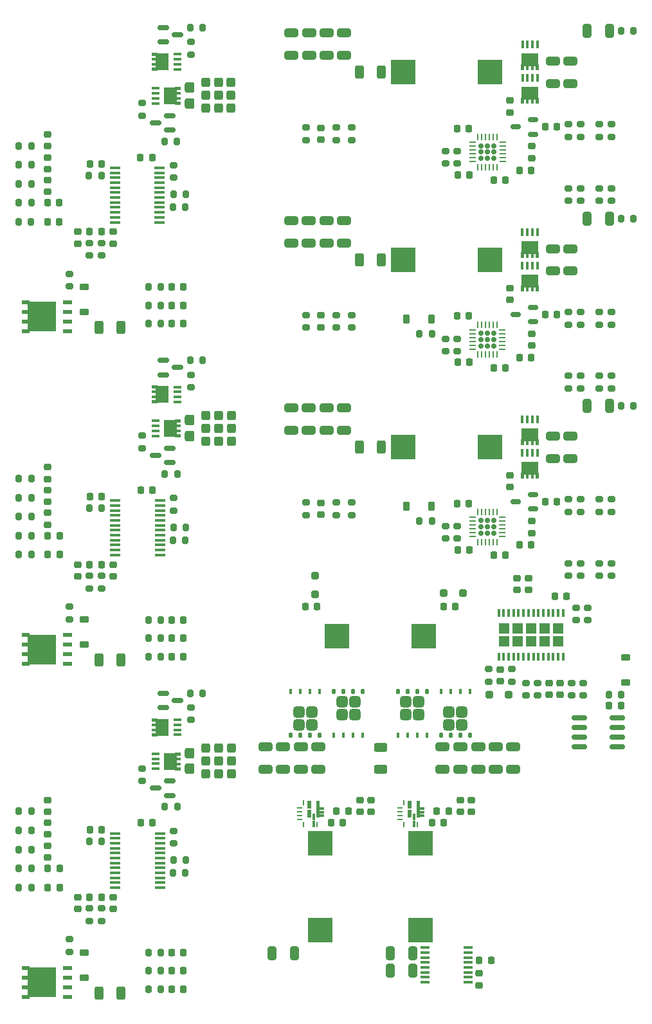
<source format=gbr>
%TF.GenerationSoftware,KiCad,Pcbnew,9.0.5*%
%TF.CreationDate,2025-10-30T19:19:09-04:00*%
%TF.ProjectId,powerdist,706f7765-7264-4697-9374-2e6b69636164,v1*%
%TF.SameCoordinates,Original*%
%TF.FileFunction,Paste,Top*%
%TF.FilePolarity,Positive*%
%FSLAX46Y46*%
G04 Gerber Fmt 4.6, Leading zero omitted, Abs format (unit mm)*
G04 Created by KiCad (PCBNEW 9.0.5) date 2025-10-30 19:19:09*
%MOMM*%
%LPD*%
G01*
G04 APERTURE LIST*
G04 Aperture macros list*
%AMRoundRect*
0 Rectangle with rounded corners*
0 $1 Rounding radius*
0 $2 $3 $4 $5 $6 $7 $8 $9 X,Y pos of 4 corners*
0 Add a 4 corners polygon primitive as box body*
4,1,4,$2,$3,$4,$5,$6,$7,$8,$9,$2,$3,0*
0 Add four circle primitives for the rounded corners*
1,1,$1+$1,$2,$3*
1,1,$1+$1,$4,$5*
1,1,$1+$1,$6,$7*
1,1,$1+$1,$8,$9*
0 Add four rect primitives between the rounded corners*
20,1,$1+$1,$2,$3,$4,$5,0*
20,1,$1+$1,$4,$5,$6,$7,0*
20,1,$1+$1,$6,$7,$8,$9,0*
20,1,$1+$1,$8,$9,$2,$3,0*%
%AMFreePoly0*
4,1,21,1.372500,0.787500,0.862500,0.787500,0.862500,0.532500,1.372500,0.532500,1.372500,0.127500,0.862500,0.127500,0.862500,-0.127500,1.372500,-0.127500,1.372500,-0.532500,0.862500,-0.532500,0.862500,-0.787500,1.372500,-0.787500,1.372500,-1.195000,0.612500,-1.195000,0.612500,-1.117500,-0.862500,-1.117500,-0.862500,1.117500,0.612500,1.117500,0.612500,1.195000,1.372500,1.195000,
1.372500,0.787500,1.372500,0.787500,$1*%
G04 Aperture macros list end*
%ADD10C,0.010000*%
%ADD11RoundRect,0.200000X0.275000X-0.200000X0.275000X0.200000X-0.275000X0.200000X-0.275000X-0.200000X0*%
%ADD12RoundRect,0.200000X0.200000X0.275000X-0.200000X0.275000X-0.200000X-0.275000X0.200000X-0.275000X0*%
%ADD13R,3.300000X3.175000*%
%ADD14RoundRect,0.218750X0.218750X0.256250X-0.218750X0.256250X-0.218750X-0.256250X0.218750X-0.256250X0*%
%ADD15RoundRect,0.250000X0.650000X-0.325000X0.650000X0.325000X-0.650000X0.325000X-0.650000X-0.325000X0*%
%ADD16RoundRect,0.200000X-0.275000X0.200000X-0.275000X-0.200000X0.275000X-0.200000X0.275000X0.200000X0*%
%ADD17RoundRect,0.200000X-0.200000X-0.275000X0.200000X-0.275000X0.200000X0.275000X-0.200000X0.275000X0*%
%ADD18RoundRect,0.250000X0.312500X0.625000X-0.312500X0.625000X-0.312500X-0.625000X0.312500X-0.625000X0*%
%ADD19RoundRect,0.225000X-0.250000X0.225000X-0.250000X-0.225000X0.250000X-0.225000X0.250000X0.225000X0*%
%ADD20RoundRect,0.225000X-0.225000X-0.250000X0.225000X-0.250000X0.225000X0.250000X-0.225000X0.250000X0*%
%ADD21R,1.400000X1.400000*%
%ADD22R,0.400000X1.100000*%
%ADD23RoundRect,0.375000X0.375000X-0.375000X0.375000X0.375000X-0.375000X0.375000X-0.375000X-0.375000X0*%
%ADD24RoundRect,0.125000X0.125000X-0.250000X0.125000X0.250000X-0.125000X0.250000X-0.125000X-0.250000X0*%
%ADD25RoundRect,0.100000X0.100000X-0.275000X0.100000X0.275000X-0.100000X0.275000X-0.100000X-0.275000X0*%
%ADD26RoundRect,0.250000X-0.650000X0.325000X-0.650000X-0.325000X0.650000X-0.325000X0.650000X0.325000X0*%
%ADD27RoundRect,0.225000X0.225000X0.250000X-0.225000X0.250000X-0.225000X-0.250000X0.225000X-0.250000X0*%
%ADD28RoundRect,0.225000X0.250000X-0.225000X0.250000X0.225000X-0.250000X0.225000X-0.250000X-0.225000X0*%
%ADD29RoundRect,0.250000X0.325000X0.650000X-0.325000X0.650000X-0.325000X-0.650000X0.325000X-0.650000X0*%
%ADD30RoundRect,0.150000X-0.587500X-0.150000X0.587500X-0.150000X0.587500X0.150000X-0.587500X0.150000X0*%
%ADD31RoundRect,0.225000X-0.375000X0.225000X-0.375000X-0.225000X0.375000X-0.225000X0.375000X0.225000X0*%
%ADD32RoundRect,0.250000X-0.625000X0.312500X-0.625000X-0.312500X0.625000X-0.312500X0.625000X0.312500X0*%
%ADD33R,0.990000X0.405000*%
%ADD34FreePoly0,0.000000*%
%ADD35RoundRect,0.225000X-0.225000X-0.375000X0.225000X-0.375000X0.225000X0.375000X-0.225000X0.375000X0*%
%ADD36RoundRect,0.300000X-0.300000X0.325000X-0.300000X-0.325000X0.300000X-0.325000X0.300000X0.325000X0*%
%ADD37RoundRect,0.317500X0.317500X-0.382500X0.317500X0.382500X-0.317500X0.382500X-0.317500X-0.382500X0*%
%ADD38R,0.405000X0.990000*%
%ADD39FreePoly0,270.000000*%
%ADD40RoundRect,0.225000X0.375000X-0.225000X0.375000X0.225000X-0.375000X0.225000X-0.375000X-0.225000X0*%
%ADD41R,3.175000X3.300000*%
%ADD42RoundRect,0.150000X0.512500X0.150000X-0.512500X0.150000X-0.512500X-0.150000X0.512500X-0.150000X0*%
%ADD43R,1.460500X0.355600*%
%ADD44RoundRect,0.152500X-0.152500X-0.152500X0.152500X-0.152500X0.152500X0.152500X-0.152500X0.152500X0*%
%ADD45RoundRect,0.062500X-0.325000X-0.062500X0.325000X-0.062500X0.325000X0.062500X-0.325000X0.062500X0*%
%ADD46RoundRect,0.062500X-0.062500X-0.325000X0.062500X-0.325000X0.062500X0.325000X-0.062500X0.325000X0*%
%ADD47RoundRect,0.062500X-0.237500X-0.062500X0.237500X-0.062500X0.237500X0.062500X-0.237500X0.062500X0*%
%ADD48RoundRect,0.062500X-0.062500X-0.237500X0.062500X-0.237500X0.062500X0.237500X-0.062500X0.237500X0*%
%ADD49RoundRect,0.250000X0.250000X0.250000X-0.250000X0.250000X-0.250000X-0.250000X0.250000X-0.250000X0*%
%ADD50RoundRect,0.250000X-0.250000X-0.250000X0.250000X-0.250000X0.250000X0.250000X-0.250000X0.250000X0*%
%ADD51RoundRect,0.375000X-0.375000X0.375000X-0.375000X-0.375000X0.375000X-0.375000X0.375000X0.375000X0*%
%ADD52RoundRect,0.125000X-0.125000X0.250000X-0.125000X-0.250000X0.125000X-0.250000X0.125000X0.250000X0*%
%ADD53RoundRect,0.100000X-0.100000X0.275000X-0.100000X-0.275000X0.100000X-0.275000X0.100000X0.275000X0*%
%ADD54RoundRect,0.150000X0.587500X0.150000X-0.587500X0.150000X-0.587500X-0.150000X0.587500X-0.150000X0*%
%ADD55R,1.270000X0.610000*%
%ADD56R,3.810000X3.910000*%
%ADD57R,1.020000X0.610000*%
%ADD58FreePoly0,180.000000*%
%ADD59RoundRect,0.250000X-0.250000X0.250000X-0.250000X-0.250000X0.250000X-0.250000X0.250000X0.250000X0*%
%ADD60RoundRect,0.150000X-0.825000X-0.150000X0.825000X-0.150000X0.825000X0.150000X-0.825000X0.150000X0*%
%ADD61O,1.200000X0.399999*%
G04 APERTURE END LIST*
D10*
%TO.C,U11*%
X110648000Y-180701000D02*
X110650000Y-180701000D01*
X110653000Y-180702000D01*
X110655000Y-180702000D01*
X110658000Y-180703000D01*
X110660000Y-180704000D01*
X110663000Y-180705000D01*
X110665000Y-180707000D01*
X110667000Y-180708000D01*
X110669000Y-180710000D01*
X110671000Y-180711000D01*
X110673000Y-180713000D01*
X110675000Y-180715000D01*
X110677000Y-180717000D01*
X110679000Y-180719000D01*
X110680000Y-180721000D01*
X110682000Y-180723000D01*
X110683000Y-180725000D01*
X110685000Y-180727000D01*
X110686000Y-180730000D01*
X110687000Y-180732000D01*
X110688000Y-180735000D01*
X110688000Y-180737000D01*
X110689000Y-180740000D01*
X110689000Y-180742000D01*
X110690000Y-180745000D01*
X110690000Y-180747000D01*
X110690000Y-180750000D01*
X110690000Y-181600000D01*
X110690000Y-181603000D01*
X110690000Y-181605000D01*
X110689000Y-181608000D01*
X110689000Y-181610000D01*
X110688000Y-181613000D01*
X110688000Y-181615000D01*
X110687000Y-181618000D01*
X110686000Y-181620000D01*
X110685000Y-181623000D01*
X110683000Y-181625000D01*
X110682000Y-181627000D01*
X110680000Y-181629000D01*
X110679000Y-181631000D01*
X110677000Y-181633000D01*
X110675000Y-181635000D01*
X110673000Y-181637000D01*
X110671000Y-181639000D01*
X110669000Y-181640000D01*
X110667000Y-181642000D01*
X110665000Y-181643000D01*
X110663000Y-181645000D01*
X110660000Y-181646000D01*
X110658000Y-181647000D01*
X110655000Y-181648000D01*
X110653000Y-181648000D01*
X110650000Y-181649000D01*
X110648000Y-181649000D01*
X110645000Y-181650000D01*
X110643000Y-181650000D01*
X110640000Y-181650000D01*
X110340000Y-181650000D01*
X110337000Y-181650000D01*
X110335000Y-181650000D01*
X110332000Y-181649000D01*
X110330000Y-181649000D01*
X110327000Y-181648000D01*
X110325000Y-181648000D01*
X110322000Y-181647000D01*
X110320000Y-181646000D01*
X110317000Y-181645000D01*
X110315000Y-181643000D01*
X110313000Y-181642000D01*
X110311000Y-181640000D01*
X110309000Y-181639000D01*
X110307000Y-181637000D01*
X110305000Y-181635000D01*
X110303000Y-181633000D01*
X110301000Y-181631000D01*
X110300000Y-181629000D01*
X110298000Y-181627000D01*
X110297000Y-181625000D01*
X110295000Y-181623000D01*
X110294000Y-181620000D01*
X110293000Y-181618000D01*
X110292000Y-181615000D01*
X110292000Y-181613000D01*
X110291000Y-181610000D01*
X110291000Y-181608000D01*
X110290000Y-181605000D01*
X110290000Y-181603000D01*
X110290000Y-181600000D01*
X110290000Y-180750000D01*
X110290000Y-180747000D01*
X110290000Y-180745000D01*
X110291000Y-180742000D01*
X110291000Y-180740000D01*
X110292000Y-180737000D01*
X110292000Y-180735000D01*
X110293000Y-180732000D01*
X110294000Y-180730000D01*
X110295000Y-180727000D01*
X110297000Y-180725000D01*
X110298000Y-180723000D01*
X110300000Y-180721000D01*
X110301000Y-180719000D01*
X110303000Y-180717000D01*
X110305000Y-180715000D01*
X110307000Y-180713000D01*
X110309000Y-180711000D01*
X110311000Y-180710000D01*
X110313000Y-180708000D01*
X110315000Y-180707000D01*
X110317000Y-180705000D01*
X110320000Y-180704000D01*
X110322000Y-180703000D01*
X110325000Y-180702000D01*
X110327000Y-180702000D01*
X110330000Y-180701000D01*
X110332000Y-180701000D01*
X110335000Y-180700000D01*
X110337000Y-180700000D01*
X110340000Y-180700000D01*
X110640000Y-180700000D01*
X110643000Y-180700000D01*
X110645000Y-180700000D01*
X110648000Y-180701000D01*
G36*
X110648000Y-180701000D02*
G01*
X110650000Y-180701000D01*
X110653000Y-180702000D01*
X110655000Y-180702000D01*
X110658000Y-180703000D01*
X110660000Y-180704000D01*
X110663000Y-180705000D01*
X110665000Y-180707000D01*
X110667000Y-180708000D01*
X110669000Y-180710000D01*
X110671000Y-180711000D01*
X110673000Y-180713000D01*
X110675000Y-180715000D01*
X110677000Y-180717000D01*
X110679000Y-180719000D01*
X110680000Y-180721000D01*
X110682000Y-180723000D01*
X110683000Y-180725000D01*
X110685000Y-180727000D01*
X110686000Y-180730000D01*
X110687000Y-180732000D01*
X110688000Y-180735000D01*
X110688000Y-180737000D01*
X110689000Y-180740000D01*
X110689000Y-180742000D01*
X110690000Y-180745000D01*
X110690000Y-180747000D01*
X110690000Y-180750000D01*
X110690000Y-181600000D01*
X110690000Y-181603000D01*
X110690000Y-181605000D01*
X110689000Y-181608000D01*
X110689000Y-181610000D01*
X110688000Y-181613000D01*
X110688000Y-181615000D01*
X110687000Y-181618000D01*
X110686000Y-181620000D01*
X110685000Y-181623000D01*
X110683000Y-181625000D01*
X110682000Y-181627000D01*
X110680000Y-181629000D01*
X110679000Y-181631000D01*
X110677000Y-181633000D01*
X110675000Y-181635000D01*
X110673000Y-181637000D01*
X110671000Y-181639000D01*
X110669000Y-181640000D01*
X110667000Y-181642000D01*
X110665000Y-181643000D01*
X110663000Y-181645000D01*
X110660000Y-181646000D01*
X110658000Y-181647000D01*
X110655000Y-181648000D01*
X110653000Y-181648000D01*
X110650000Y-181649000D01*
X110648000Y-181649000D01*
X110645000Y-181650000D01*
X110643000Y-181650000D01*
X110640000Y-181650000D01*
X110340000Y-181650000D01*
X110337000Y-181650000D01*
X110335000Y-181650000D01*
X110332000Y-181649000D01*
X110330000Y-181649000D01*
X110327000Y-181648000D01*
X110325000Y-181648000D01*
X110322000Y-181647000D01*
X110320000Y-181646000D01*
X110317000Y-181645000D01*
X110315000Y-181643000D01*
X110313000Y-181642000D01*
X110311000Y-181640000D01*
X110309000Y-181639000D01*
X110307000Y-181637000D01*
X110305000Y-181635000D01*
X110303000Y-181633000D01*
X110301000Y-181631000D01*
X110300000Y-181629000D01*
X110298000Y-181627000D01*
X110297000Y-181625000D01*
X110295000Y-181623000D01*
X110294000Y-181620000D01*
X110293000Y-181618000D01*
X110292000Y-181615000D01*
X110292000Y-181613000D01*
X110291000Y-181610000D01*
X110291000Y-181608000D01*
X110290000Y-181605000D01*
X110290000Y-181603000D01*
X110290000Y-181600000D01*
X110290000Y-180750000D01*
X110290000Y-180747000D01*
X110290000Y-180745000D01*
X110291000Y-180742000D01*
X110291000Y-180740000D01*
X110292000Y-180737000D01*
X110292000Y-180735000D01*
X110293000Y-180732000D01*
X110294000Y-180730000D01*
X110295000Y-180727000D01*
X110297000Y-180725000D01*
X110298000Y-180723000D01*
X110300000Y-180721000D01*
X110301000Y-180719000D01*
X110303000Y-180717000D01*
X110305000Y-180715000D01*
X110307000Y-180713000D01*
X110309000Y-180711000D01*
X110311000Y-180710000D01*
X110313000Y-180708000D01*
X110315000Y-180707000D01*
X110317000Y-180705000D01*
X110320000Y-180704000D01*
X110322000Y-180703000D01*
X110325000Y-180702000D01*
X110327000Y-180702000D01*
X110330000Y-180701000D01*
X110332000Y-180701000D01*
X110335000Y-180700000D01*
X110337000Y-180700000D01*
X110340000Y-180700000D01*
X110640000Y-180700000D01*
X110643000Y-180700000D01*
X110645000Y-180700000D01*
X110648000Y-180701000D01*
G37*
X110648000Y-181851000D02*
X110650000Y-181851000D01*
X110653000Y-181852000D01*
X110655000Y-181852000D01*
X110658000Y-181853000D01*
X110660000Y-181854000D01*
X110663000Y-181855000D01*
X110665000Y-181857000D01*
X110667000Y-181858000D01*
X110669000Y-181860000D01*
X110671000Y-181861000D01*
X110673000Y-181863000D01*
X110675000Y-181865000D01*
X110677000Y-181867000D01*
X110679000Y-181869000D01*
X110680000Y-181871000D01*
X110682000Y-181873000D01*
X110683000Y-181875000D01*
X110685000Y-181877000D01*
X110686000Y-181880000D01*
X110687000Y-181882000D01*
X110688000Y-181885000D01*
X110688000Y-181887000D01*
X110689000Y-181890000D01*
X110689000Y-181892000D01*
X110690000Y-181895000D01*
X110690000Y-181897000D01*
X110690000Y-181900000D01*
X110690000Y-182750000D01*
X110690000Y-182753000D01*
X110690000Y-182755000D01*
X110689000Y-182758000D01*
X110689000Y-182760000D01*
X110688000Y-182763000D01*
X110688000Y-182765000D01*
X110687000Y-182768000D01*
X110686000Y-182770000D01*
X110685000Y-182773000D01*
X110683000Y-182775000D01*
X110682000Y-182777000D01*
X110680000Y-182779000D01*
X110679000Y-182781000D01*
X110677000Y-182783000D01*
X110675000Y-182785000D01*
X110673000Y-182787000D01*
X110671000Y-182789000D01*
X110669000Y-182790000D01*
X110667000Y-182792000D01*
X110665000Y-182793000D01*
X110663000Y-182795000D01*
X110660000Y-182796000D01*
X110658000Y-182797000D01*
X110655000Y-182798000D01*
X110653000Y-182798000D01*
X110650000Y-182799000D01*
X110648000Y-182799000D01*
X110645000Y-182800000D01*
X110643000Y-182800000D01*
X110640000Y-182800000D01*
X110340000Y-182800000D01*
X110337000Y-182800000D01*
X110335000Y-182800000D01*
X110332000Y-182799000D01*
X110330000Y-182799000D01*
X110327000Y-182798000D01*
X110325000Y-182798000D01*
X110322000Y-182797000D01*
X110320000Y-182796000D01*
X110317000Y-182795000D01*
X110315000Y-182793000D01*
X110313000Y-182792000D01*
X110311000Y-182790000D01*
X110309000Y-182789000D01*
X110307000Y-182787000D01*
X110305000Y-182785000D01*
X110303000Y-182783000D01*
X110301000Y-182781000D01*
X110300000Y-182779000D01*
X110298000Y-182777000D01*
X110297000Y-182775000D01*
X110295000Y-182773000D01*
X110294000Y-182770000D01*
X110293000Y-182768000D01*
X110292000Y-182765000D01*
X110292000Y-182763000D01*
X110291000Y-182760000D01*
X110291000Y-182758000D01*
X110290000Y-182755000D01*
X110290000Y-182753000D01*
X110290000Y-182750000D01*
X110290000Y-181900000D01*
X110290000Y-181897000D01*
X110290000Y-181895000D01*
X110291000Y-181892000D01*
X110291000Y-181890000D01*
X110292000Y-181887000D01*
X110292000Y-181885000D01*
X110293000Y-181882000D01*
X110294000Y-181880000D01*
X110295000Y-181877000D01*
X110297000Y-181875000D01*
X110298000Y-181873000D01*
X110300000Y-181871000D01*
X110301000Y-181869000D01*
X110303000Y-181867000D01*
X110305000Y-181865000D01*
X110307000Y-181863000D01*
X110309000Y-181861000D01*
X110311000Y-181860000D01*
X110313000Y-181858000D01*
X110315000Y-181857000D01*
X110317000Y-181855000D01*
X110320000Y-181854000D01*
X110322000Y-181853000D01*
X110325000Y-181852000D01*
X110327000Y-181852000D01*
X110330000Y-181851000D01*
X110332000Y-181851000D01*
X110335000Y-181850000D01*
X110337000Y-181850000D01*
X110340000Y-181850000D01*
X110640000Y-181850000D01*
X110643000Y-181850000D01*
X110645000Y-181850000D01*
X110648000Y-181851000D01*
G36*
X110648000Y-181851000D02*
G01*
X110650000Y-181851000D01*
X110653000Y-181852000D01*
X110655000Y-181852000D01*
X110658000Y-181853000D01*
X110660000Y-181854000D01*
X110663000Y-181855000D01*
X110665000Y-181857000D01*
X110667000Y-181858000D01*
X110669000Y-181860000D01*
X110671000Y-181861000D01*
X110673000Y-181863000D01*
X110675000Y-181865000D01*
X110677000Y-181867000D01*
X110679000Y-181869000D01*
X110680000Y-181871000D01*
X110682000Y-181873000D01*
X110683000Y-181875000D01*
X110685000Y-181877000D01*
X110686000Y-181880000D01*
X110687000Y-181882000D01*
X110688000Y-181885000D01*
X110688000Y-181887000D01*
X110689000Y-181890000D01*
X110689000Y-181892000D01*
X110690000Y-181895000D01*
X110690000Y-181897000D01*
X110690000Y-181900000D01*
X110690000Y-182750000D01*
X110690000Y-182753000D01*
X110690000Y-182755000D01*
X110689000Y-182758000D01*
X110689000Y-182760000D01*
X110688000Y-182763000D01*
X110688000Y-182765000D01*
X110687000Y-182768000D01*
X110686000Y-182770000D01*
X110685000Y-182773000D01*
X110683000Y-182775000D01*
X110682000Y-182777000D01*
X110680000Y-182779000D01*
X110679000Y-182781000D01*
X110677000Y-182783000D01*
X110675000Y-182785000D01*
X110673000Y-182787000D01*
X110671000Y-182789000D01*
X110669000Y-182790000D01*
X110667000Y-182792000D01*
X110665000Y-182793000D01*
X110663000Y-182795000D01*
X110660000Y-182796000D01*
X110658000Y-182797000D01*
X110655000Y-182798000D01*
X110653000Y-182798000D01*
X110650000Y-182799000D01*
X110648000Y-182799000D01*
X110645000Y-182800000D01*
X110643000Y-182800000D01*
X110640000Y-182800000D01*
X110340000Y-182800000D01*
X110337000Y-182800000D01*
X110335000Y-182800000D01*
X110332000Y-182799000D01*
X110330000Y-182799000D01*
X110327000Y-182798000D01*
X110325000Y-182798000D01*
X110322000Y-182797000D01*
X110320000Y-182796000D01*
X110317000Y-182795000D01*
X110315000Y-182793000D01*
X110313000Y-182792000D01*
X110311000Y-182790000D01*
X110309000Y-182789000D01*
X110307000Y-182787000D01*
X110305000Y-182785000D01*
X110303000Y-182783000D01*
X110301000Y-182781000D01*
X110300000Y-182779000D01*
X110298000Y-182777000D01*
X110297000Y-182775000D01*
X110295000Y-182773000D01*
X110294000Y-182770000D01*
X110293000Y-182768000D01*
X110292000Y-182765000D01*
X110292000Y-182763000D01*
X110291000Y-182760000D01*
X110291000Y-182758000D01*
X110290000Y-182755000D01*
X110290000Y-182753000D01*
X110290000Y-182750000D01*
X110290000Y-181900000D01*
X110290000Y-181897000D01*
X110290000Y-181895000D01*
X110291000Y-181892000D01*
X110291000Y-181890000D01*
X110292000Y-181887000D01*
X110292000Y-181885000D01*
X110293000Y-181882000D01*
X110294000Y-181880000D01*
X110295000Y-181877000D01*
X110297000Y-181875000D01*
X110298000Y-181873000D01*
X110300000Y-181871000D01*
X110301000Y-181869000D01*
X110303000Y-181867000D01*
X110305000Y-181865000D01*
X110307000Y-181863000D01*
X110309000Y-181861000D01*
X110311000Y-181860000D01*
X110313000Y-181858000D01*
X110315000Y-181857000D01*
X110317000Y-181855000D01*
X110320000Y-181854000D01*
X110322000Y-181853000D01*
X110325000Y-181852000D01*
X110327000Y-181852000D01*
X110330000Y-181851000D01*
X110332000Y-181851000D01*
X110335000Y-181850000D01*
X110337000Y-181850000D01*
X110340000Y-181850000D01*
X110640000Y-181850000D01*
X110643000Y-181850000D01*
X110645000Y-181850000D01*
X110648000Y-181851000D01*
G37*
X111159000Y-182401000D02*
X111162000Y-182401000D01*
X111164000Y-182402000D01*
X111166000Y-182403000D01*
X111168000Y-182404000D01*
X111171000Y-182405000D01*
X111173000Y-182406000D01*
X111175000Y-182407000D01*
X111177000Y-182408000D01*
X111178000Y-182410000D01*
X111180000Y-182411000D01*
X111182000Y-182413000D01*
X111184000Y-182415000D01*
X111185000Y-182417000D01*
X111187000Y-182418000D01*
X111188000Y-182420000D01*
X111189000Y-182422000D01*
X111190000Y-182424000D01*
X111191000Y-182427000D01*
X111192000Y-182429000D01*
X111193000Y-182431000D01*
X111194000Y-182433000D01*
X111194000Y-182436000D01*
X111195000Y-182438000D01*
X111195000Y-182440000D01*
X111195000Y-182443000D01*
X111195000Y-182445000D01*
X111195000Y-182447000D01*
X111195000Y-182450000D01*
X111195000Y-183100000D01*
X111195000Y-183103000D01*
X111195000Y-183105000D01*
X111195000Y-183107000D01*
X111195000Y-183110000D01*
X111195000Y-183112000D01*
X111194000Y-183114000D01*
X111194000Y-183117000D01*
X111193000Y-183119000D01*
X111192000Y-183121000D01*
X111191000Y-183123000D01*
X111190000Y-183126000D01*
X111189000Y-183128000D01*
X111188000Y-183130000D01*
X111187000Y-183132000D01*
X111185000Y-183133000D01*
X111184000Y-183135000D01*
X111182000Y-183137000D01*
X111180000Y-183139000D01*
X111178000Y-183140000D01*
X111177000Y-183142000D01*
X111175000Y-183143000D01*
X111173000Y-183144000D01*
X111171000Y-183145000D01*
X111168000Y-183146000D01*
X111166000Y-183147000D01*
X111164000Y-183148000D01*
X111162000Y-183149000D01*
X111159000Y-183149000D01*
X111157000Y-183150000D01*
X111155000Y-183150000D01*
X110995000Y-183150000D01*
X110992000Y-183150000D01*
X110990000Y-183150000D01*
X110987000Y-183149000D01*
X110985000Y-183149000D01*
X110982000Y-183148000D01*
X110980000Y-183148000D01*
X110977000Y-183147000D01*
X110975000Y-183146000D01*
X110972000Y-183145000D01*
X110970000Y-183143000D01*
X110968000Y-183142000D01*
X110966000Y-183140000D01*
X110964000Y-183139000D01*
X110962000Y-183137000D01*
X110960000Y-183135000D01*
X110958000Y-183133000D01*
X110956000Y-183131000D01*
X110955000Y-183129000D01*
X110953000Y-183127000D01*
X110952000Y-183125000D01*
X110950000Y-183123000D01*
X110949000Y-183120000D01*
X110948000Y-183118000D01*
X110947000Y-183115000D01*
X110947000Y-183113000D01*
X110946000Y-183110000D01*
X110946000Y-183108000D01*
X110945000Y-183105000D01*
X110945000Y-183103000D01*
X110945000Y-183100000D01*
X110945000Y-182450000D01*
X110945000Y-182447000D01*
X110945000Y-182445000D01*
X110946000Y-182442000D01*
X110946000Y-182440000D01*
X110947000Y-182437000D01*
X110947000Y-182435000D01*
X110948000Y-182432000D01*
X110949000Y-182430000D01*
X110950000Y-182427000D01*
X110952000Y-182425000D01*
X110953000Y-182423000D01*
X110955000Y-182421000D01*
X110956000Y-182419000D01*
X110958000Y-182417000D01*
X110960000Y-182415000D01*
X110962000Y-182413000D01*
X110964000Y-182411000D01*
X110966000Y-182410000D01*
X110968000Y-182408000D01*
X110970000Y-182407000D01*
X110972000Y-182405000D01*
X110975000Y-182404000D01*
X110977000Y-182403000D01*
X110980000Y-182402000D01*
X110982000Y-182402000D01*
X110985000Y-182401000D01*
X110987000Y-182401000D01*
X110990000Y-182400000D01*
X110992000Y-182400000D01*
X110995000Y-182400000D01*
X111155000Y-182400000D01*
X111157000Y-182400000D01*
X111159000Y-182401000D01*
G36*
X111159000Y-182401000D02*
G01*
X111162000Y-182401000D01*
X111164000Y-182402000D01*
X111166000Y-182403000D01*
X111168000Y-182404000D01*
X111171000Y-182405000D01*
X111173000Y-182406000D01*
X111175000Y-182407000D01*
X111177000Y-182408000D01*
X111178000Y-182410000D01*
X111180000Y-182411000D01*
X111182000Y-182413000D01*
X111184000Y-182415000D01*
X111185000Y-182417000D01*
X111187000Y-182418000D01*
X111188000Y-182420000D01*
X111189000Y-182422000D01*
X111190000Y-182424000D01*
X111191000Y-182427000D01*
X111192000Y-182429000D01*
X111193000Y-182431000D01*
X111194000Y-182433000D01*
X111194000Y-182436000D01*
X111195000Y-182438000D01*
X111195000Y-182440000D01*
X111195000Y-182443000D01*
X111195000Y-182445000D01*
X111195000Y-182447000D01*
X111195000Y-182450000D01*
X111195000Y-183100000D01*
X111195000Y-183103000D01*
X111195000Y-183105000D01*
X111195000Y-183107000D01*
X111195000Y-183110000D01*
X111195000Y-183112000D01*
X111194000Y-183114000D01*
X111194000Y-183117000D01*
X111193000Y-183119000D01*
X111192000Y-183121000D01*
X111191000Y-183123000D01*
X111190000Y-183126000D01*
X111189000Y-183128000D01*
X111188000Y-183130000D01*
X111187000Y-183132000D01*
X111185000Y-183133000D01*
X111184000Y-183135000D01*
X111182000Y-183137000D01*
X111180000Y-183139000D01*
X111178000Y-183140000D01*
X111177000Y-183142000D01*
X111175000Y-183143000D01*
X111173000Y-183144000D01*
X111171000Y-183145000D01*
X111168000Y-183146000D01*
X111166000Y-183147000D01*
X111164000Y-183148000D01*
X111162000Y-183149000D01*
X111159000Y-183149000D01*
X111157000Y-183150000D01*
X111155000Y-183150000D01*
X110995000Y-183150000D01*
X110992000Y-183150000D01*
X110990000Y-183150000D01*
X110987000Y-183149000D01*
X110985000Y-183149000D01*
X110982000Y-183148000D01*
X110980000Y-183148000D01*
X110977000Y-183147000D01*
X110975000Y-183146000D01*
X110972000Y-183145000D01*
X110970000Y-183143000D01*
X110968000Y-183142000D01*
X110966000Y-183140000D01*
X110964000Y-183139000D01*
X110962000Y-183137000D01*
X110960000Y-183135000D01*
X110958000Y-183133000D01*
X110956000Y-183131000D01*
X110955000Y-183129000D01*
X110953000Y-183127000D01*
X110952000Y-183125000D01*
X110950000Y-183123000D01*
X110949000Y-183120000D01*
X110948000Y-183118000D01*
X110947000Y-183115000D01*
X110947000Y-183113000D01*
X110946000Y-183110000D01*
X110946000Y-183108000D01*
X110945000Y-183105000D01*
X110945000Y-183103000D01*
X110945000Y-183100000D01*
X110945000Y-182450000D01*
X110945000Y-182447000D01*
X110945000Y-182445000D01*
X110946000Y-182442000D01*
X110946000Y-182440000D01*
X110947000Y-182437000D01*
X110947000Y-182435000D01*
X110948000Y-182432000D01*
X110949000Y-182430000D01*
X110950000Y-182427000D01*
X110952000Y-182425000D01*
X110953000Y-182423000D01*
X110955000Y-182421000D01*
X110956000Y-182419000D01*
X110958000Y-182417000D01*
X110960000Y-182415000D01*
X110962000Y-182413000D01*
X110964000Y-182411000D01*
X110966000Y-182410000D01*
X110968000Y-182408000D01*
X110970000Y-182407000D01*
X110972000Y-182405000D01*
X110975000Y-182404000D01*
X110977000Y-182403000D01*
X110980000Y-182402000D01*
X110982000Y-182402000D01*
X110985000Y-182401000D01*
X110987000Y-182401000D01*
X110990000Y-182400000D01*
X110992000Y-182400000D01*
X110995000Y-182400000D01*
X111155000Y-182400000D01*
X111157000Y-182400000D01*
X111159000Y-182401000D01*
G37*
X111159000Y-183351000D02*
X111162000Y-183351000D01*
X111164000Y-183352000D01*
X111166000Y-183353000D01*
X111168000Y-183354000D01*
X111171000Y-183355000D01*
X111173000Y-183356000D01*
X111175000Y-183357000D01*
X111177000Y-183358000D01*
X111178000Y-183360000D01*
X111180000Y-183361000D01*
X111182000Y-183363000D01*
X111184000Y-183365000D01*
X111185000Y-183367000D01*
X111187000Y-183368000D01*
X111188000Y-183370000D01*
X111189000Y-183372000D01*
X111190000Y-183374000D01*
X111191000Y-183377000D01*
X111192000Y-183379000D01*
X111193000Y-183381000D01*
X111194000Y-183383000D01*
X111194000Y-183386000D01*
X111195000Y-183388000D01*
X111195000Y-183390000D01*
X111195000Y-183393000D01*
X111195000Y-183395000D01*
X111195000Y-183397000D01*
X111195000Y-183400000D01*
X111195000Y-184050000D01*
X111195000Y-184053000D01*
X111195000Y-184055000D01*
X111195000Y-184057000D01*
X111195000Y-184060000D01*
X111195000Y-184062000D01*
X111194000Y-184064000D01*
X111194000Y-184067000D01*
X111193000Y-184069000D01*
X111192000Y-184071000D01*
X111191000Y-184073000D01*
X111190000Y-184076000D01*
X111189000Y-184078000D01*
X111188000Y-184080000D01*
X111187000Y-184082000D01*
X111185000Y-184083000D01*
X111184000Y-184085000D01*
X111182000Y-184087000D01*
X111180000Y-184089000D01*
X111178000Y-184090000D01*
X111177000Y-184092000D01*
X111175000Y-184093000D01*
X111173000Y-184094000D01*
X111171000Y-184095000D01*
X111168000Y-184096000D01*
X111166000Y-184097000D01*
X111164000Y-184098000D01*
X111162000Y-184099000D01*
X111159000Y-184099000D01*
X111157000Y-184100000D01*
X111155000Y-184100000D01*
X110995000Y-184100000D01*
X110992000Y-184100000D01*
X110990000Y-184100000D01*
X110987000Y-184099000D01*
X110985000Y-184099000D01*
X110982000Y-184098000D01*
X110980000Y-184098000D01*
X110977000Y-184097000D01*
X110975000Y-184096000D01*
X110972000Y-184095000D01*
X110970000Y-184093000D01*
X110968000Y-184092000D01*
X110966000Y-184090000D01*
X110964000Y-184089000D01*
X110962000Y-184087000D01*
X110960000Y-184085000D01*
X110958000Y-184083000D01*
X110956000Y-184081000D01*
X110955000Y-184079000D01*
X110953000Y-184077000D01*
X110952000Y-184075000D01*
X110950000Y-184073000D01*
X110949000Y-184070000D01*
X110948000Y-184068000D01*
X110947000Y-184065000D01*
X110947000Y-184063000D01*
X110946000Y-184060000D01*
X110946000Y-184058000D01*
X110945000Y-184055000D01*
X110945000Y-184053000D01*
X110945000Y-184050000D01*
X110945000Y-183400000D01*
X110945000Y-183397000D01*
X110945000Y-183395000D01*
X110946000Y-183392000D01*
X110946000Y-183390000D01*
X110947000Y-183387000D01*
X110947000Y-183385000D01*
X110948000Y-183382000D01*
X110949000Y-183380000D01*
X110950000Y-183377000D01*
X110952000Y-183375000D01*
X110953000Y-183373000D01*
X110955000Y-183371000D01*
X110956000Y-183369000D01*
X110958000Y-183367000D01*
X110960000Y-183365000D01*
X110962000Y-183363000D01*
X110964000Y-183361000D01*
X110966000Y-183360000D01*
X110968000Y-183358000D01*
X110970000Y-183357000D01*
X110972000Y-183355000D01*
X110975000Y-183354000D01*
X110977000Y-183353000D01*
X110980000Y-183352000D01*
X110982000Y-183352000D01*
X110985000Y-183351000D01*
X110987000Y-183351000D01*
X110990000Y-183350000D01*
X110992000Y-183350000D01*
X110995000Y-183350000D01*
X111155000Y-183350000D01*
X111157000Y-183350000D01*
X111159000Y-183351000D01*
G36*
X111159000Y-183351000D02*
G01*
X111162000Y-183351000D01*
X111164000Y-183352000D01*
X111166000Y-183353000D01*
X111168000Y-183354000D01*
X111171000Y-183355000D01*
X111173000Y-183356000D01*
X111175000Y-183357000D01*
X111177000Y-183358000D01*
X111178000Y-183360000D01*
X111180000Y-183361000D01*
X111182000Y-183363000D01*
X111184000Y-183365000D01*
X111185000Y-183367000D01*
X111187000Y-183368000D01*
X111188000Y-183370000D01*
X111189000Y-183372000D01*
X111190000Y-183374000D01*
X111191000Y-183377000D01*
X111192000Y-183379000D01*
X111193000Y-183381000D01*
X111194000Y-183383000D01*
X111194000Y-183386000D01*
X111195000Y-183388000D01*
X111195000Y-183390000D01*
X111195000Y-183393000D01*
X111195000Y-183395000D01*
X111195000Y-183397000D01*
X111195000Y-183400000D01*
X111195000Y-184050000D01*
X111195000Y-184053000D01*
X111195000Y-184055000D01*
X111195000Y-184057000D01*
X111195000Y-184060000D01*
X111195000Y-184062000D01*
X111194000Y-184064000D01*
X111194000Y-184067000D01*
X111193000Y-184069000D01*
X111192000Y-184071000D01*
X111191000Y-184073000D01*
X111190000Y-184076000D01*
X111189000Y-184078000D01*
X111188000Y-184080000D01*
X111187000Y-184082000D01*
X111185000Y-184083000D01*
X111184000Y-184085000D01*
X111182000Y-184087000D01*
X111180000Y-184089000D01*
X111178000Y-184090000D01*
X111177000Y-184092000D01*
X111175000Y-184093000D01*
X111173000Y-184094000D01*
X111171000Y-184095000D01*
X111168000Y-184096000D01*
X111166000Y-184097000D01*
X111164000Y-184098000D01*
X111162000Y-184099000D01*
X111159000Y-184099000D01*
X111157000Y-184100000D01*
X111155000Y-184100000D01*
X110995000Y-184100000D01*
X110992000Y-184100000D01*
X110990000Y-184100000D01*
X110987000Y-184099000D01*
X110985000Y-184099000D01*
X110982000Y-184098000D01*
X110980000Y-184098000D01*
X110977000Y-184097000D01*
X110975000Y-184096000D01*
X110972000Y-184095000D01*
X110970000Y-184093000D01*
X110968000Y-184092000D01*
X110966000Y-184090000D01*
X110964000Y-184089000D01*
X110962000Y-184087000D01*
X110960000Y-184085000D01*
X110958000Y-184083000D01*
X110956000Y-184081000D01*
X110955000Y-184079000D01*
X110953000Y-184077000D01*
X110952000Y-184075000D01*
X110950000Y-184073000D01*
X110949000Y-184070000D01*
X110948000Y-184068000D01*
X110947000Y-184065000D01*
X110947000Y-184063000D01*
X110946000Y-184060000D01*
X110946000Y-184058000D01*
X110945000Y-184055000D01*
X110945000Y-184053000D01*
X110945000Y-184050000D01*
X110945000Y-183400000D01*
X110945000Y-183397000D01*
X110945000Y-183395000D01*
X110946000Y-183392000D01*
X110946000Y-183390000D01*
X110947000Y-183387000D01*
X110947000Y-183385000D01*
X110948000Y-183382000D01*
X110949000Y-183380000D01*
X110950000Y-183377000D01*
X110952000Y-183375000D01*
X110953000Y-183373000D01*
X110955000Y-183371000D01*
X110956000Y-183369000D01*
X110958000Y-183367000D01*
X110960000Y-183365000D01*
X110962000Y-183363000D01*
X110964000Y-183361000D01*
X110966000Y-183360000D01*
X110968000Y-183358000D01*
X110970000Y-183357000D01*
X110972000Y-183355000D01*
X110975000Y-183354000D01*
X110977000Y-183353000D01*
X110980000Y-183352000D01*
X110982000Y-183352000D01*
X110985000Y-183351000D01*
X110987000Y-183351000D01*
X110990000Y-183350000D01*
X110992000Y-183350000D01*
X110995000Y-183350000D01*
X111155000Y-183350000D01*
X111157000Y-183350000D01*
X111159000Y-183351000D01*
G37*
X111808000Y-180701000D02*
X111810000Y-180701000D01*
X111813000Y-180702000D01*
X111815000Y-180702000D01*
X111818000Y-180703000D01*
X111820000Y-180704000D01*
X111823000Y-180705000D01*
X111825000Y-180707000D01*
X111827000Y-180708000D01*
X111829000Y-180710000D01*
X111831000Y-180711000D01*
X111833000Y-180713000D01*
X111835000Y-180715000D01*
X111837000Y-180717000D01*
X111839000Y-180719000D01*
X111840000Y-180721000D01*
X111842000Y-180723000D01*
X111843000Y-180725000D01*
X111845000Y-180727000D01*
X111846000Y-180730000D01*
X111847000Y-180732000D01*
X111848000Y-180735000D01*
X111848000Y-180737000D01*
X111849000Y-180740000D01*
X111849000Y-180742000D01*
X111850000Y-180745000D01*
X111850000Y-180747000D01*
X111850000Y-180750000D01*
X111850000Y-181525000D01*
X112360000Y-181525000D01*
X112363000Y-181525000D01*
X112365000Y-181525000D01*
X112368000Y-181526000D01*
X112370000Y-181526000D01*
X112373000Y-181527000D01*
X112375000Y-181527000D01*
X112378000Y-181528000D01*
X112380000Y-181529000D01*
X112383000Y-181530000D01*
X112385000Y-181532000D01*
X112387000Y-181533000D01*
X112389000Y-181535000D01*
X112391000Y-181536000D01*
X112393000Y-181538000D01*
X112395000Y-181540000D01*
X112397000Y-181542000D01*
X112399000Y-181544000D01*
X112400000Y-181546000D01*
X112402000Y-181548000D01*
X112403000Y-181550000D01*
X112405000Y-181552000D01*
X112406000Y-181555000D01*
X112407000Y-181557000D01*
X112408000Y-181560000D01*
X112408000Y-181562000D01*
X112409000Y-181565000D01*
X112409000Y-181567000D01*
X112410000Y-181570000D01*
X112410000Y-181572000D01*
X112410000Y-181575000D01*
X112410000Y-181725000D01*
X112410000Y-181728000D01*
X112410000Y-181730000D01*
X112409000Y-181733000D01*
X112409000Y-181735000D01*
X112408000Y-181738000D01*
X112408000Y-181740000D01*
X112407000Y-181743000D01*
X112406000Y-181745000D01*
X112405000Y-181748000D01*
X112403000Y-181750000D01*
X112402000Y-181752000D01*
X112400000Y-181754000D01*
X112399000Y-181756000D01*
X112397000Y-181758000D01*
X112395000Y-181760000D01*
X112393000Y-181762000D01*
X112391000Y-181764000D01*
X112389000Y-181765000D01*
X112387000Y-181767000D01*
X112385000Y-181768000D01*
X112383000Y-181770000D01*
X112380000Y-181771000D01*
X112378000Y-181772000D01*
X112375000Y-181773000D01*
X112373000Y-181773000D01*
X112370000Y-181774000D01*
X112368000Y-181774000D01*
X112365000Y-181775000D01*
X112363000Y-181775000D01*
X112360000Y-181775000D01*
X111850000Y-181775000D01*
X111850000Y-182025000D01*
X112360000Y-182025000D01*
X112363000Y-182025000D01*
X112365000Y-182025000D01*
X112368000Y-182026000D01*
X112370000Y-182026000D01*
X112373000Y-182027000D01*
X112375000Y-182027000D01*
X112378000Y-182028000D01*
X112380000Y-182029000D01*
X112383000Y-182030000D01*
X112385000Y-182032000D01*
X112387000Y-182033000D01*
X112389000Y-182035000D01*
X112391000Y-182036000D01*
X112393000Y-182038000D01*
X112395000Y-182040000D01*
X112397000Y-182042000D01*
X112399000Y-182044000D01*
X112400000Y-182046000D01*
X112402000Y-182048000D01*
X112403000Y-182050000D01*
X112405000Y-182052000D01*
X112406000Y-182055000D01*
X112407000Y-182057000D01*
X112408000Y-182060000D01*
X112408000Y-182062000D01*
X112409000Y-182065000D01*
X112409000Y-182067000D01*
X112410000Y-182070000D01*
X112410000Y-182072000D01*
X112410000Y-182075000D01*
X112410000Y-182225000D01*
X112410000Y-182228000D01*
X112410000Y-182230000D01*
X112409000Y-182233000D01*
X112409000Y-182235000D01*
X112408000Y-182238000D01*
X112408000Y-182240000D01*
X112407000Y-182243000D01*
X112406000Y-182245000D01*
X112405000Y-182248000D01*
X112403000Y-182250000D01*
X112402000Y-182252000D01*
X112400000Y-182254000D01*
X112399000Y-182256000D01*
X112397000Y-182258000D01*
X112395000Y-182260000D01*
X112393000Y-182262000D01*
X112391000Y-182264000D01*
X112389000Y-182265000D01*
X112387000Y-182267000D01*
X112385000Y-182268000D01*
X112383000Y-182270000D01*
X112380000Y-182271000D01*
X112378000Y-182272000D01*
X112375000Y-182273000D01*
X112373000Y-182273000D01*
X112370000Y-182274000D01*
X112368000Y-182274000D01*
X112365000Y-182275000D01*
X112363000Y-182275000D01*
X112360000Y-182275000D01*
X111850000Y-182275000D01*
X111850000Y-182525000D01*
X112360000Y-182525000D01*
X112363000Y-182526000D01*
X112366000Y-182527000D01*
X112369000Y-182528000D01*
X112372000Y-182529000D01*
X112375000Y-182530000D01*
X112378000Y-182532000D01*
X112381000Y-182533000D01*
X112384000Y-182535000D01*
X112387000Y-182537000D01*
X112389000Y-182539000D01*
X112392000Y-182542000D01*
X112394000Y-182544000D01*
X112396000Y-182547000D01*
X112398000Y-182549000D01*
X112400000Y-182552000D01*
X112402000Y-182555000D01*
X112404000Y-182558000D01*
X112405000Y-182561000D01*
X112407000Y-182564000D01*
X112408000Y-182567000D01*
X112409000Y-182570000D01*
X112410000Y-182573000D01*
X112410000Y-182576000D01*
X112411000Y-182580000D01*
X112411000Y-182583000D01*
X112411000Y-182586000D01*
X112411000Y-182590000D01*
X112411000Y-182593000D01*
X112411000Y-182596000D01*
X112410000Y-182600000D01*
X112410000Y-182700000D01*
X112411000Y-182704000D01*
X112411000Y-182707000D01*
X112411000Y-182710000D01*
X112411000Y-182714000D01*
X112411000Y-182717000D01*
X112411000Y-182720000D01*
X112410000Y-182724000D01*
X112410000Y-182727000D01*
X112409000Y-182730000D01*
X112408000Y-182733000D01*
X112407000Y-182736000D01*
X112405000Y-182739000D01*
X112404000Y-182742000D01*
X112402000Y-182745000D01*
X112400000Y-182748000D01*
X112398000Y-182751000D01*
X112396000Y-182753000D01*
X112394000Y-182756000D01*
X112392000Y-182758000D01*
X112389000Y-182761000D01*
X112387000Y-182763000D01*
X112384000Y-182765000D01*
X112381000Y-182767000D01*
X112378000Y-182768000D01*
X112375000Y-182770000D01*
X112372000Y-182771000D01*
X112369000Y-182772000D01*
X112366000Y-182773000D01*
X112363000Y-182774000D01*
X112360000Y-182775000D01*
X111850000Y-182775000D01*
X111850000Y-182800000D01*
X111500000Y-182800000D01*
X111497000Y-182800000D01*
X111495000Y-182800000D01*
X111492000Y-182799000D01*
X111490000Y-182799000D01*
X111487000Y-182798000D01*
X111485000Y-182798000D01*
X111482000Y-182797000D01*
X111480000Y-182796000D01*
X111477000Y-182795000D01*
X111475000Y-182793000D01*
X111473000Y-182792000D01*
X111471000Y-182790000D01*
X111469000Y-182789000D01*
X111467000Y-182787000D01*
X111465000Y-182785000D01*
X111463000Y-182783000D01*
X111461000Y-182781000D01*
X111460000Y-182779000D01*
X111458000Y-182777000D01*
X111457000Y-182775000D01*
X111455000Y-182773000D01*
X111454000Y-182770000D01*
X111453000Y-182768000D01*
X111452000Y-182765000D01*
X111452000Y-182763000D01*
X111451000Y-182760000D01*
X111451000Y-182758000D01*
X111450000Y-182755000D01*
X111450000Y-182753000D01*
X111450000Y-182750000D01*
X111450000Y-180750000D01*
X111450000Y-180747000D01*
X111450000Y-180745000D01*
X111451000Y-180742000D01*
X111451000Y-180740000D01*
X111452000Y-180737000D01*
X111452000Y-180735000D01*
X111453000Y-180732000D01*
X111454000Y-180730000D01*
X111455000Y-180727000D01*
X111457000Y-180725000D01*
X111458000Y-180723000D01*
X111460000Y-180721000D01*
X111461000Y-180719000D01*
X111463000Y-180717000D01*
X111465000Y-180715000D01*
X111467000Y-180713000D01*
X111469000Y-180711000D01*
X111471000Y-180710000D01*
X111473000Y-180708000D01*
X111475000Y-180707000D01*
X111477000Y-180705000D01*
X111480000Y-180704000D01*
X111482000Y-180703000D01*
X111485000Y-180702000D01*
X111487000Y-180702000D01*
X111490000Y-180701000D01*
X111492000Y-180701000D01*
X111495000Y-180700000D01*
X111497000Y-180700000D01*
X111500000Y-180700000D01*
X111800000Y-180700000D01*
X111803000Y-180700000D01*
X111805000Y-180700000D01*
X111808000Y-180701000D01*
G36*
X111808000Y-180701000D02*
G01*
X111810000Y-180701000D01*
X111813000Y-180702000D01*
X111815000Y-180702000D01*
X111818000Y-180703000D01*
X111820000Y-180704000D01*
X111823000Y-180705000D01*
X111825000Y-180707000D01*
X111827000Y-180708000D01*
X111829000Y-180710000D01*
X111831000Y-180711000D01*
X111833000Y-180713000D01*
X111835000Y-180715000D01*
X111837000Y-180717000D01*
X111839000Y-180719000D01*
X111840000Y-180721000D01*
X111842000Y-180723000D01*
X111843000Y-180725000D01*
X111845000Y-180727000D01*
X111846000Y-180730000D01*
X111847000Y-180732000D01*
X111848000Y-180735000D01*
X111848000Y-180737000D01*
X111849000Y-180740000D01*
X111849000Y-180742000D01*
X111850000Y-180745000D01*
X111850000Y-180747000D01*
X111850000Y-180750000D01*
X111850000Y-181525000D01*
X112360000Y-181525000D01*
X112363000Y-181525000D01*
X112365000Y-181525000D01*
X112368000Y-181526000D01*
X112370000Y-181526000D01*
X112373000Y-181527000D01*
X112375000Y-181527000D01*
X112378000Y-181528000D01*
X112380000Y-181529000D01*
X112383000Y-181530000D01*
X112385000Y-181532000D01*
X112387000Y-181533000D01*
X112389000Y-181535000D01*
X112391000Y-181536000D01*
X112393000Y-181538000D01*
X112395000Y-181540000D01*
X112397000Y-181542000D01*
X112399000Y-181544000D01*
X112400000Y-181546000D01*
X112402000Y-181548000D01*
X112403000Y-181550000D01*
X112405000Y-181552000D01*
X112406000Y-181555000D01*
X112407000Y-181557000D01*
X112408000Y-181560000D01*
X112408000Y-181562000D01*
X112409000Y-181565000D01*
X112409000Y-181567000D01*
X112410000Y-181570000D01*
X112410000Y-181572000D01*
X112410000Y-181575000D01*
X112410000Y-181725000D01*
X112410000Y-181728000D01*
X112410000Y-181730000D01*
X112409000Y-181733000D01*
X112409000Y-181735000D01*
X112408000Y-181738000D01*
X112408000Y-181740000D01*
X112407000Y-181743000D01*
X112406000Y-181745000D01*
X112405000Y-181748000D01*
X112403000Y-181750000D01*
X112402000Y-181752000D01*
X112400000Y-181754000D01*
X112399000Y-181756000D01*
X112397000Y-181758000D01*
X112395000Y-181760000D01*
X112393000Y-181762000D01*
X112391000Y-181764000D01*
X112389000Y-181765000D01*
X112387000Y-181767000D01*
X112385000Y-181768000D01*
X112383000Y-181770000D01*
X112380000Y-181771000D01*
X112378000Y-181772000D01*
X112375000Y-181773000D01*
X112373000Y-181773000D01*
X112370000Y-181774000D01*
X112368000Y-181774000D01*
X112365000Y-181775000D01*
X112363000Y-181775000D01*
X112360000Y-181775000D01*
X111850000Y-181775000D01*
X111850000Y-182025000D01*
X112360000Y-182025000D01*
X112363000Y-182025000D01*
X112365000Y-182025000D01*
X112368000Y-182026000D01*
X112370000Y-182026000D01*
X112373000Y-182027000D01*
X112375000Y-182027000D01*
X112378000Y-182028000D01*
X112380000Y-182029000D01*
X112383000Y-182030000D01*
X112385000Y-182032000D01*
X112387000Y-182033000D01*
X112389000Y-182035000D01*
X112391000Y-182036000D01*
X112393000Y-182038000D01*
X112395000Y-182040000D01*
X112397000Y-182042000D01*
X112399000Y-182044000D01*
X112400000Y-182046000D01*
X112402000Y-182048000D01*
X112403000Y-182050000D01*
X112405000Y-182052000D01*
X112406000Y-182055000D01*
X112407000Y-182057000D01*
X112408000Y-182060000D01*
X112408000Y-182062000D01*
X112409000Y-182065000D01*
X112409000Y-182067000D01*
X112410000Y-182070000D01*
X112410000Y-182072000D01*
X112410000Y-182075000D01*
X112410000Y-182225000D01*
X112410000Y-182228000D01*
X112410000Y-182230000D01*
X112409000Y-182233000D01*
X112409000Y-182235000D01*
X112408000Y-182238000D01*
X112408000Y-182240000D01*
X112407000Y-182243000D01*
X112406000Y-182245000D01*
X112405000Y-182248000D01*
X112403000Y-182250000D01*
X112402000Y-182252000D01*
X112400000Y-182254000D01*
X112399000Y-182256000D01*
X112397000Y-182258000D01*
X112395000Y-182260000D01*
X112393000Y-182262000D01*
X112391000Y-182264000D01*
X112389000Y-182265000D01*
X112387000Y-182267000D01*
X112385000Y-182268000D01*
X112383000Y-182270000D01*
X112380000Y-182271000D01*
X112378000Y-182272000D01*
X112375000Y-182273000D01*
X112373000Y-182273000D01*
X112370000Y-182274000D01*
X112368000Y-182274000D01*
X112365000Y-182275000D01*
X112363000Y-182275000D01*
X112360000Y-182275000D01*
X111850000Y-182275000D01*
X111850000Y-182525000D01*
X112360000Y-182525000D01*
X112363000Y-182526000D01*
X112366000Y-182527000D01*
X112369000Y-182528000D01*
X112372000Y-182529000D01*
X112375000Y-182530000D01*
X112378000Y-182532000D01*
X112381000Y-182533000D01*
X112384000Y-182535000D01*
X112387000Y-182537000D01*
X112389000Y-182539000D01*
X112392000Y-182542000D01*
X112394000Y-182544000D01*
X112396000Y-182547000D01*
X112398000Y-182549000D01*
X112400000Y-182552000D01*
X112402000Y-182555000D01*
X112404000Y-182558000D01*
X112405000Y-182561000D01*
X112407000Y-182564000D01*
X112408000Y-182567000D01*
X112409000Y-182570000D01*
X112410000Y-182573000D01*
X112410000Y-182576000D01*
X112411000Y-182580000D01*
X112411000Y-182583000D01*
X112411000Y-182586000D01*
X112411000Y-182590000D01*
X112411000Y-182593000D01*
X112411000Y-182596000D01*
X112410000Y-182600000D01*
X112410000Y-182700000D01*
X112411000Y-182704000D01*
X112411000Y-182707000D01*
X112411000Y-182710000D01*
X112411000Y-182714000D01*
X112411000Y-182717000D01*
X112411000Y-182720000D01*
X112410000Y-182724000D01*
X112410000Y-182727000D01*
X112409000Y-182730000D01*
X112408000Y-182733000D01*
X112407000Y-182736000D01*
X112405000Y-182739000D01*
X112404000Y-182742000D01*
X112402000Y-182745000D01*
X112400000Y-182748000D01*
X112398000Y-182751000D01*
X112396000Y-182753000D01*
X112394000Y-182756000D01*
X112392000Y-182758000D01*
X112389000Y-182761000D01*
X112387000Y-182763000D01*
X112384000Y-182765000D01*
X112381000Y-182767000D01*
X112378000Y-182768000D01*
X112375000Y-182770000D01*
X112372000Y-182771000D01*
X112369000Y-182772000D01*
X112366000Y-182773000D01*
X112363000Y-182774000D01*
X112360000Y-182775000D01*
X111850000Y-182775000D01*
X111850000Y-182800000D01*
X111500000Y-182800000D01*
X111497000Y-182800000D01*
X111495000Y-182800000D01*
X111492000Y-182799000D01*
X111490000Y-182799000D01*
X111487000Y-182798000D01*
X111485000Y-182798000D01*
X111482000Y-182797000D01*
X111480000Y-182796000D01*
X111477000Y-182795000D01*
X111475000Y-182793000D01*
X111473000Y-182792000D01*
X111471000Y-182790000D01*
X111469000Y-182789000D01*
X111467000Y-182787000D01*
X111465000Y-182785000D01*
X111463000Y-182783000D01*
X111461000Y-182781000D01*
X111460000Y-182779000D01*
X111458000Y-182777000D01*
X111457000Y-182775000D01*
X111455000Y-182773000D01*
X111454000Y-182770000D01*
X111453000Y-182768000D01*
X111452000Y-182765000D01*
X111452000Y-182763000D01*
X111451000Y-182760000D01*
X111451000Y-182758000D01*
X111450000Y-182755000D01*
X111450000Y-182753000D01*
X111450000Y-182750000D01*
X111450000Y-180750000D01*
X111450000Y-180747000D01*
X111450000Y-180745000D01*
X111451000Y-180742000D01*
X111451000Y-180740000D01*
X111452000Y-180737000D01*
X111452000Y-180735000D01*
X111453000Y-180732000D01*
X111454000Y-180730000D01*
X111455000Y-180727000D01*
X111457000Y-180725000D01*
X111458000Y-180723000D01*
X111460000Y-180721000D01*
X111461000Y-180719000D01*
X111463000Y-180717000D01*
X111465000Y-180715000D01*
X111467000Y-180713000D01*
X111469000Y-180711000D01*
X111471000Y-180710000D01*
X111473000Y-180708000D01*
X111475000Y-180707000D01*
X111477000Y-180705000D01*
X111480000Y-180704000D01*
X111482000Y-180703000D01*
X111485000Y-180702000D01*
X111487000Y-180702000D01*
X111490000Y-180701000D01*
X111492000Y-180701000D01*
X111495000Y-180700000D01*
X111497000Y-180700000D01*
X111500000Y-180700000D01*
X111800000Y-180700000D01*
X111803000Y-180700000D01*
X111805000Y-180700000D01*
X111808000Y-180701000D01*
G37*
%TO.C,U10*%
X123848000Y-180701000D02*
X123850000Y-180701000D01*
X123853000Y-180702000D01*
X123855000Y-180702000D01*
X123858000Y-180703000D01*
X123860000Y-180704000D01*
X123863000Y-180705000D01*
X123865000Y-180707000D01*
X123867000Y-180708000D01*
X123869000Y-180710000D01*
X123871000Y-180711000D01*
X123873000Y-180713000D01*
X123875000Y-180715000D01*
X123877000Y-180717000D01*
X123879000Y-180719000D01*
X123880000Y-180721000D01*
X123882000Y-180723000D01*
X123883000Y-180725000D01*
X123885000Y-180727000D01*
X123886000Y-180730000D01*
X123887000Y-180732000D01*
X123888000Y-180735000D01*
X123888000Y-180737000D01*
X123889000Y-180740000D01*
X123889000Y-180742000D01*
X123890000Y-180745000D01*
X123890000Y-180747000D01*
X123890000Y-180750000D01*
X123890000Y-181600000D01*
X123890000Y-181603000D01*
X123890000Y-181605000D01*
X123889000Y-181608000D01*
X123889000Y-181610000D01*
X123888000Y-181613000D01*
X123888000Y-181615000D01*
X123887000Y-181618000D01*
X123886000Y-181620000D01*
X123885000Y-181623000D01*
X123883000Y-181625000D01*
X123882000Y-181627000D01*
X123880000Y-181629000D01*
X123879000Y-181631000D01*
X123877000Y-181633000D01*
X123875000Y-181635000D01*
X123873000Y-181637000D01*
X123871000Y-181639000D01*
X123869000Y-181640000D01*
X123867000Y-181642000D01*
X123865000Y-181643000D01*
X123863000Y-181645000D01*
X123860000Y-181646000D01*
X123858000Y-181647000D01*
X123855000Y-181648000D01*
X123853000Y-181648000D01*
X123850000Y-181649000D01*
X123848000Y-181649000D01*
X123845000Y-181650000D01*
X123843000Y-181650000D01*
X123840000Y-181650000D01*
X123540000Y-181650000D01*
X123537000Y-181650000D01*
X123535000Y-181650000D01*
X123532000Y-181649000D01*
X123530000Y-181649000D01*
X123527000Y-181648000D01*
X123525000Y-181648000D01*
X123522000Y-181647000D01*
X123520000Y-181646000D01*
X123517000Y-181645000D01*
X123515000Y-181643000D01*
X123513000Y-181642000D01*
X123511000Y-181640000D01*
X123509000Y-181639000D01*
X123507000Y-181637000D01*
X123505000Y-181635000D01*
X123503000Y-181633000D01*
X123501000Y-181631000D01*
X123500000Y-181629000D01*
X123498000Y-181627000D01*
X123497000Y-181625000D01*
X123495000Y-181623000D01*
X123494000Y-181620000D01*
X123493000Y-181618000D01*
X123492000Y-181615000D01*
X123492000Y-181613000D01*
X123491000Y-181610000D01*
X123491000Y-181608000D01*
X123490000Y-181605000D01*
X123490000Y-181603000D01*
X123490000Y-181600000D01*
X123490000Y-180750000D01*
X123490000Y-180747000D01*
X123490000Y-180745000D01*
X123491000Y-180742000D01*
X123491000Y-180740000D01*
X123492000Y-180737000D01*
X123492000Y-180735000D01*
X123493000Y-180732000D01*
X123494000Y-180730000D01*
X123495000Y-180727000D01*
X123497000Y-180725000D01*
X123498000Y-180723000D01*
X123500000Y-180721000D01*
X123501000Y-180719000D01*
X123503000Y-180717000D01*
X123505000Y-180715000D01*
X123507000Y-180713000D01*
X123509000Y-180711000D01*
X123511000Y-180710000D01*
X123513000Y-180708000D01*
X123515000Y-180707000D01*
X123517000Y-180705000D01*
X123520000Y-180704000D01*
X123522000Y-180703000D01*
X123525000Y-180702000D01*
X123527000Y-180702000D01*
X123530000Y-180701000D01*
X123532000Y-180701000D01*
X123535000Y-180700000D01*
X123537000Y-180700000D01*
X123540000Y-180700000D01*
X123840000Y-180700000D01*
X123843000Y-180700000D01*
X123845000Y-180700000D01*
X123848000Y-180701000D01*
G36*
X123848000Y-180701000D02*
G01*
X123850000Y-180701000D01*
X123853000Y-180702000D01*
X123855000Y-180702000D01*
X123858000Y-180703000D01*
X123860000Y-180704000D01*
X123863000Y-180705000D01*
X123865000Y-180707000D01*
X123867000Y-180708000D01*
X123869000Y-180710000D01*
X123871000Y-180711000D01*
X123873000Y-180713000D01*
X123875000Y-180715000D01*
X123877000Y-180717000D01*
X123879000Y-180719000D01*
X123880000Y-180721000D01*
X123882000Y-180723000D01*
X123883000Y-180725000D01*
X123885000Y-180727000D01*
X123886000Y-180730000D01*
X123887000Y-180732000D01*
X123888000Y-180735000D01*
X123888000Y-180737000D01*
X123889000Y-180740000D01*
X123889000Y-180742000D01*
X123890000Y-180745000D01*
X123890000Y-180747000D01*
X123890000Y-180750000D01*
X123890000Y-181600000D01*
X123890000Y-181603000D01*
X123890000Y-181605000D01*
X123889000Y-181608000D01*
X123889000Y-181610000D01*
X123888000Y-181613000D01*
X123888000Y-181615000D01*
X123887000Y-181618000D01*
X123886000Y-181620000D01*
X123885000Y-181623000D01*
X123883000Y-181625000D01*
X123882000Y-181627000D01*
X123880000Y-181629000D01*
X123879000Y-181631000D01*
X123877000Y-181633000D01*
X123875000Y-181635000D01*
X123873000Y-181637000D01*
X123871000Y-181639000D01*
X123869000Y-181640000D01*
X123867000Y-181642000D01*
X123865000Y-181643000D01*
X123863000Y-181645000D01*
X123860000Y-181646000D01*
X123858000Y-181647000D01*
X123855000Y-181648000D01*
X123853000Y-181648000D01*
X123850000Y-181649000D01*
X123848000Y-181649000D01*
X123845000Y-181650000D01*
X123843000Y-181650000D01*
X123840000Y-181650000D01*
X123540000Y-181650000D01*
X123537000Y-181650000D01*
X123535000Y-181650000D01*
X123532000Y-181649000D01*
X123530000Y-181649000D01*
X123527000Y-181648000D01*
X123525000Y-181648000D01*
X123522000Y-181647000D01*
X123520000Y-181646000D01*
X123517000Y-181645000D01*
X123515000Y-181643000D01*
X123513000Y-181642000D01*
X123511000Y-181640000D01*
X123509000Y-181639000D01*
X123507000Y-181637000D01*
X123505000Y-181635000D01*
X123503000Y-181633000D01*
X123501000Y-181631000D01*
X123500000Y-181629000D01*
X123498000Y-181627000D01*
X123497000Y-181625000D01*
X123495000Y-181623000D01*
X123494000Y-181620000D01*
X123493000Y-181618000D01*
X123492000Y-181615000D01*
X123492000Y-181613000D01*
X123491000Y-181610000D01*
X123491000Y-181608000D01*
X123490000Y-181605000D01*
X123490000Y-181603000D01*
X123490000Y-181600000D01*
X123490000Y-180750000D01*
X123490000Y-180747000D01*
X123490000Y-180745000D01*
X123491000Y-180742000D01*
X123491000Y-180740000D01*
X123492000Y-180737000D01*
X123492000Y-180735000D01*
X123493000Y-180732000D01*
X123494000Y-180730000D01*
X123495000Y-180727000D01*
X123497000Y-180725000D01*
X123498000Y-180723000D01*
X123500000Y-180721000D01*
X123501000Y-180719000D01*
X123503000Y-180717000D01*
X123505000Y-180715000D01*
X123507000Y-180713000D01*
X123509000Y-180711000D01*
X123511000Y-180710000D01*
X123513000Y-180708000D01*
X123515000Y-180707000D01*
X123517000Y-180705000D01*
X123520000Y-180704000D01*
X123522000Y-180703000D01*
X123525000Y-180702000D01*
X123527000Y-180702000D01*
X123530000Y-180701000D01*
X123532000Y-180701000D01*
X123535000Y-180700000D01*
X123537000Y-180700000D01*
X123540000Y-180700000D01*
X123840000Y-180700000D01*
X123843000Y-180700000D01*
X123845000Y-180700000D01*
X123848000Y-180701000D01*
G37*
X123848000Y-181851000D02*
X123850000Y-181851000D01*
X123853000Y-181852000D01*
X123855000Y-181852000D01*
X123858000Y-181853000D01*
X123860000Y-181854000D01*
X123863000Y-181855000D01*
X123865000Y-181857000D01*
X123867000Y-181858000D01*
X123869000Y-181860000D01*
X123871000Y-181861000D01*
X123873000Y-181863000D01*
X123875000Y-181865000D01*
X123877000Y-181867000D01*
X123879000Y-181869000D01*
X123880000Y-181871000D01*
X123882000Y-181873000D01*
X123883000Y-181875000D01*
X123885000Y-181877000D01*
X123886000Y-181880000D01*
X123887000Y-181882000D01*
X123888000Y-181885000D01*
X123888000Y-181887000D01*
X123889000Y-181890000D01*
X123889000Y-181892000D01*
X123890000Y-181895000D01*
X123890000Y-181897000D01*
X123890000Y-181900000D01*
X123890000Y-182750000D01*
X123890000Y-182753000D01*
X123890000Y-182755000D01*
X123889000Y-182758000D01*
X123889000Y-182760000D01*
X123888000Y-182763000D01*
X123888000Y-182765000D01*
X123887000Y-182768000D01*
X123886000Y-182770000D01*
X123885000Y-182773000D01*
X123883000Y-182775000D01*
X123882000Y-182777000D01*
X123880000Y-182779000D01*
X123879000Y-182781000D01*
X123877000Y-182783000D01*
X123875000Y-182785000D01*
X123873000Y-182787000D01*
X123871000Y-182789000D01*
X123869000Y-182790000D01*
X123867000Y-182792000D01*
X123865000Y-182793000D01*
X123863000Y-182795000D01*
X123860000Y-182796000D01*
X123858000Y-182797000D01*
X123855000Y-182798000D01*
X123853000Y-182798000D01*
X123850000Y-182799000D01*
X123848000Y-182799000D01*
X123845000Y-182800000D01*
X123843000Y-182800000D01*
X123840000Y-182800000D01*
X123540000Y-182800000D01*
X123537000Y-182800000D01*
X123535000Y-182800000D01*
X123532000Y-182799000D01*
X123530000Y-182799000D01*
X123527000Y-182798000D01*
X123525000Y-182798000D01*
X123522000Y-182797000D01*
X123520000Y-182796000D01*
X123517000Y-182795000D01*
X123515000Y-182793000D01*
X123513000Y-182792000D01*
X123511000Y-182790000D01*
X123509000Y-182789000D01*
X123507000Y-182787000D01*
X123505000Y-182785000D01*
X123503000Y-182783000D01*
X123501000Y-182781000D01*
X123500000Y-182779000D01*
X123498000Y-182777000D01*
X123497000Y-182775000D01*
X123495000Y-182773000D01*
X123494000Y-182770000D01*
X123493000Y-182768000D01*
X123492000Y-182765000D01*
X123492000Y-182763000D01*
X123491000Y-182760000D01*
X123491000Y-182758000D01*
X123490000Y-182755000D01*
X123490000Y-182753000D01*
X123490000Y-182750000D01*
X123490000Y-181900000D01*
X123490000Y-181897000D01*
X123490000Y-181895000D01*
X123491000Y-181892000D01*
X123491000Y-181890000D01*
X123492000Y-181887000D01*
X123492000Y-181885000D01*
X123493000Y-181882000D01*
X123494000Y-181880000D01*
X123495000Y-181877000D01*
X123497000Y-181875000D01*
X123498000Y-181873000D01*
X123500000Y-181871000D01*
X123501000Y-181869000D01*
X123503000Y-181867000D01*
X123505000Y-181865000D01*
X123507000Y-181863000D01*
X123509000Y-181861000D01*
X123511000Y-181860000D01*
X123513000Y-181858000D01*
X123515000Y-181857000D01*
X123517000Y-181855000D01*
X123520000Y-181854000D01*
X123522000Y-181853000D01*
X123525000Y-181852000D01*
X123527000Y-181852000D01*
X123530000Y-181851000D01*
X123532000Y-181851000D01*
X123535000Y-181850000D01*
X123537000Y-181850000D01*
X123540000Y-181850000D01*
X123840000Y-181850000D01*
X123843000Y-181850000D01*
X123845000Y-181850000D01*
X123848000Y-181851000D01*
G36*
X123848000Y-181851000D02*
G01*
X123850000Y-181851000D01*
X123853000Y-181852000D01*
X123855000Y-181852000D01*
X123858000Y-181853000D01*
X123860000Y-181854000D01*
X123863000Y-181855000D01*
X123865000Y-181857000D01*
X123867000Y-181858000D01*
X123869000Y-181860000D01*
X123871000Y-181861000D01*
X123873000Y-181863000D01*
X123875000Y-181865000D01*
X123877000Y-181867000D01*
X123879000Y-181869000D01*
X123880000Y-181871000D01*
X123882000Y-181873000D01*
X123883000Y-181875000D01*
X123885000Y-181877000D01*
X123886000Y-181880000D01*
X123887000Y-181882000D01*
X123888000Y-181885000D01*
X123888000Y-181887000D01*
X123889000Y-181890000D01*
X123889000Y-181892000D01*
X123890000Y-181895000D01*
X123890000Y-181897000D01*
X123890000Y-181900000D01*
X123890000Y-182750000D01*
X123890000Y-182753000D01*
X123890000Y-182755000D01*
X123889000Y-182758000D01*
X123889000Y-182760000D01*
X123888000Y-182763000D01*
X123888000Y-182765000D01*
X123887000Y-182768000D01*
X123886000Y-182770000D01*
X123885000Y-182773000D01*
X123883000Y-182775000D01*
X123882000Y-182777000D01*
X123880000Y-182779000D01*
X123879000Y-182781000D01*
X123877000Y-182783000D01*
X123875000Y-182785000D01*
X123873000Y-182787000D01*
X123871000Y-182789000D01*
X123869000Y-182790000D01*
X123867000Y-182792000D01*
X123865000Y-182793000D01*
X123863000Y-182795000D01*
X123860000Y-182796000D01*
X123858000Y-182797000D01*
X123855000Y-182798000D01*
X123853000Y-182798000D01*
X123850000Y-182799000D01*
X123848000Y-182799000D01*
X123845000Y-182800000D01*
X123843000Y-182800000D01*
X123840000Y-182800000D01*
X123540000Y-182800000D01*
X123537000Y-182800000D01*
X123535000Y-182800000D01*
X123532000Y-182799000D01*
X123530000Y-182799000D01*
X123527000Y-182798000D01*
X123525000Y-182798000D01*
X123522000Y-182797000D01*
X123520000Y-182796000D01*
X123517000Y-182795000D01*
X123515000Y-182793000D01*
X123513000Y-182792000D01*
X123511000Y-182790000D01*
X123509000Y-182789000D01*
X123507000Y-182787000D01*
X123505000Y-182785000D01*
X123503000Y-182783000D01*
X123501000Y-182781000D01*
X123500000Y-182779000D01*
X123498000Y-182777000D01*
X123497000Y-182775000D01*
X123495000Y-182773000D01*
X123494000Y-182770000D01*
X123493000Y-182768000D01*
X123492000Y-182765000D01*
X123492000Y-182763000D01*
X123491000Y-182760000D01*
X123491000Y-182758000D01*
X123490000Y-182755000D01*
X123490000Y-182753000D01*
X123490000Y-182750000D01*
X123490000Y-181900000D01*
X123490000Y-181897000D01*
X123490000Y-181895000D01*
X123491000Y-181892000D01*
X123491000Y-181890000D01*
X123492000Y-181887000D01*
X123492000Y-181885000D01*
X123493000Y-181882000D01*
X123494000Y-181880000D01*
X123495000Y-181877000D01*
X123497000Y-181875000D01*
X123498000Y-181873000D01*
X123500000Y-181871000D01*
X123501000Y-181869000D01*
X123503000Y-181867000D01*
X123505000Y-181865000D01*
X123507000Y-181863000D01*
X123509000Y-181861000D01*
X123511000Y-181860000D01*
X123513000Y-181858000D01*
X123515000Y-181857000D01*
X123517000Y-181855000D01*
X123520000Y-181854000D01*
X123522000Y-181853000D01*
X123525000Y-181852000D01*
X123527000Y-181852000D01*
X123530000Y-181851000D01*
X123532000Y-181851000D01*
X123535000Y-181850000D01*
X123537000Y-181850000D01*
X123540000Y-181850000D01*
X123840000Y-181850000D01*
X123843000Y-181850000D01*
X123845000Y-181850000D01*
X123848000Y-181851000D01*
G37*
X124359000Y-182401000D02*
X124362000Y-182401000D01*
X124364000Y-182402000D01*
X124366000Y-182403000D01*
X124368000Y-182404000D01*
X124371000Y-182405000D01*
X124373000Y-182406000D01*
X124375000Y-182407000D01*
X124377000Y-182408000D01*
X124378000Y-182410000D01*
X124380000Y-182411000D01*
X124382000Y-182413000D01*
X124384000Y-182415000D01*
X124385000Y-182417000D01*
X124387000Y-182418000D01*
X124388000Y-182420000D01*
X124389000Y-182422000D01*
X124390000Y-182424000D01*
X124391000Y-182427000D01*
X124392000Y-182429000D01*
X124393000Y-182431000D01*
X124394000Y-182433000D01*
X124394000Y-182436000D01*
X124395000Y-182438000D01*
X124395000Y-182440000D01*
X124395000Y-182443000D01*
X124395000Y-182445000D01*
X124395000Y-182447000D01*
X124395000Y-182450000D01*
X124395000Y-183100000D01*
X124395000Y-183103000D01*
X124395000Y-183105000D01*
X124395000Y-183107000D01*
X124395000Y-183110000D01*
X124395000Y-183112000D01*
X124394000Y-183114000D01*
X124394000Y-183117000D01*
X124393000Y-183119000D01*
X124392000Y-183121000D01*
X124391000Y-183123000D01*
X124390000Y-183126000D01*
X124389000Y-183128000D01*
X124388000Y-183130000D01*
X124387000Y-183132000D01*
X124385000Y-183133000D01*
X124384000Y-183135000D01*
X124382000Y-183137000D01*
X124380000Y-183139000D01*
X124378000Y-183140000D01*
X124377000Y-183142000D01*
X124375000Y-183143000D01*
X124373000Y-183144000D01*
X124371000Y-183145000D01*
X124368000Y-183146000D01*
X124366000Y-183147000D01*
X124364000Y-183148000D01*
X124362000Y-183149000D01*
X124359000Y-183149000D01*
X124357000Y-183150000D01*
X124355000Y-183150000D01*
X124195000Y-183150000D01*
X124192000Y-183150000D01*
X124190000Y-183150000D01*
X124187000Y-183149000D01*
X124185000Y-183149000D01*
X124182000Y-183148000D01*
X124180000Y-183148000D01*
X124177000Y-183147000D01*
X124175000Y-183146000D01*
X124172000Y-183145000D01*
X124170000Y-183143000D01*
X124168000Y-183142000D01*
X124166000Y-183140000D01*
X124164000Y-183139000D01*
X124162000Y-183137000D01*
X124160000Y-183135000D01*
X124158000Y-183133000D01*
X124156000Y-183131000D01*
X124155000Y-183129000D01*
X124153000Y-183127000D01*
X124152000Y-183125000D01*
X124150000Y-183123000D01*
X124149000Y-183120000D01*
X124148000Y-183118000D01*
X124147000Y-183115000D01*
X124147000Y-183113000D01*
X124146000Y-183110000D01*
X124146000Y-183108000D01*
X124145000Y-183105000D01*
X124145000Y-183103000D01*
X124145000Y-183100000D01*
X124145000Y-182450000D01*
X124145000Y-182447000D01*
X124145000Y-182445000D01*
X124146000Y-182442000D01*
X124146000Y-182440000D01*
X124147000Y-182437000D01*
X124147000Y-182435000D01*
X124148000Y-182432000D01*
X124149000Y-182430000D01*
X124150000Y-182427000D01*
X124152000Y-182425000D01*
X124153000Y-182423000D01*
X124155000Y-182421000D01*
X124156000Y-182419000D01*
X124158000Y-182417000D01*
X124160000Y-182415000D01*
X124162000Y-182413000D01*
X124164000Y-182411000D01*
X124166000Y-182410000D01*
X124168000Y-182408000D01*
X124170000Y-182407000D01*
X124172000Y-182405000D01*
X124175000Y-182404000D01*
X124177000Y-182403000D01*
X124180000Y-182402000D01*
X124182000Y-182402000D01*
X124185000Y-182401000D01*
X124187000Y-182401000D01*
X124190000Y-182400000D01*
X124192000Y-182400000D01*
X124195000Y-182400000D01*
X124355000Y-182400000D01*
X124357000Y-182400000D01*
X124359000Y-182401000D01*
G36*
X124359000Y-182401000D02*
G01*
X124362000Y-182401000D01*
X124364000Y-182402000D01*
X124366000Y-182403000D01*
X124368000Y-182404000D01*
X124371000Y-182405000D01*
X124373000Y-182406000D01*
X124375000Y-182407000D01*
X124377000Y-182408000D01*
X124378000Y-182410000D01*
X124380000Y-182411000D01*
X124382000Y-182413000D01*
X124384000Y-182415000D01*
X124385000Y-182417000D01*
X124387000Y-182418000D01*
X124388000Y-182420000D01*
X124389000Y-182422000D01*
X124390000Y-182424000D01*
X124391000Y-182427000D01*
X124392000Y-182429000D01*
X124393000Y-182431000D01*
X124394000Y-182433000D01*
X124394000Y-182436000D01*
X124395000Y-182438000D01*
X124395000Y-182440000D01*
X124395000Y-182443000D01*
X124395000Y-182445000D01*
X124395000Y-182447000D01*
X124395000Y-182450000D01*
X124395000Y-183100000D01*
X124395000Y-183103000D01*
X124395000Y-183105000D01*
X124395000Y-183107000D01*
X124395000Y-183110000D01*
X124395000Y-183112000D01*
X124394000Y-183114000D01*
X124394000Y-183117000D01*
X124393000Y-183119000D01*
X124392000Y-183121000D01*
X124391000Y-183123000D01*
X124390000Y-183126000D01*
X124389000Y-183128000D01*
X124388000Y-183130000D01*
X124387000Y-183132000D01*
X124385000Y-183133000D01*
X124384000Y-183135000D01*
X124382000Y-183137000D01*
X124380000Y-183139000D01*
X124378000Y-183140000D01*
X124377000Y-183142000D01*
X124375000Y-183143000D01*
X124373000Y-183144000D01*
X124371000Y-183145000D01*
X124368000Y-183146000D01*
X124366000Y-183147000D01*
X124364000Y-183148000D01*
X124362000Y-183149000D01*
X124359000Y-183149000D01*
X124357000Y-183150000D01*
X124355000Y-183150000D01*
X124195000Y-183150000D01*
X124192000Y-183150000D01*
X124190000Y-183150000D01*
X124187000Y-183149000D01*
X124185000Y-183149000D01*
X124182000Y-183148000D01*
X124180000Y-183148000D01*
X124177000Y-183147000D01*
X124175000Y-183146000D01*
X124172000Y-183145000D01*
X124170000Y-183143000D01*
X124168000Y-183142000D01*
X124166000Y-183140000D01*
X124164000Y-183139000D01*
X124162000Y-183137000D01*
X124160000Y-183135000D01*
X124158000Y-183133000D01*
X124156000Y-183131000D01*
X124155000Y-183129000D01*
X124153000Y-183127000D01*
X124152000Y-183125000D01*
X124150000Y-183123000D01*
X124149000Y-183120000D01*
X124148000Y-183118000D01*
X124147000Y-183115000D01*
X124147000Y-183113000D01*
X124146000Y-183110000D01*
X124146000Y-183108000D01*
X124145000Y-183105000D01*
X124145000Y-183103000D01*
X124145000Y-183100000D01*
X124145000Y-182450000D01*
X124145000Y-182447000D01*
X124145000Y-182445000D01*
X124146000Y-182442000D01*
X124146000Y-182440000D01*
X124147000Y-182437000D01*
X124147000Y-182435000D01*
X124148000Y-182432000D01*
X124149000Y-182430000D01*
X124150000Y-182427000D01*
X124152000Y-182425000D01*
X124153000Y-182423000D01*
X124155000Y-182421000D01*
X124156000Y-182419000D01*
X124158000Y-182417000D01*
X124160000Y-182415000D01*
X124162000Y-182413000D01*
X124164000Y-182411000D01*
X124166000Y-182410000D01*
X124168000Y-182408000D01*
X124170000Y-182407000D01*
X124172000Y-182405000D01*
X124175000Y-182404000D01*
X124177000Y-182403000D01*
X124180000Y-182402000D01*
X124182000Y-182402000D01*
X124185000Y-182401000D01*
X124187000Y-182401000D01*
X124190000Y-182400000D01*
X124192000Y-182400000D01*
X124195000Y-182400000D01*
X124355000Y-182400000D01*
X124357000Y-182400000D01*
X124359000Y-182401000D01*
G37*
X124359000Y-183351000D02*
X124362000Y-183351000D01*
X124364000Y-183352000D01*
X124366000Y-183353000D01*
X124368000Y-183354000D01*
X124371000Y-183355000D01*
X124373000Y-183356000D01*
X124375000Y-183357000D01*
X124377000Y-183358000D01*
X124378000Y-183360000D01*
X124380000Y-183361000D01*
X124382000Y-183363000D01*
X124384000Y-183365000D01*
X124385000Y-183367000D01*
X124387000Y-183368000D01*
X124388000Y-183370000D01*
X124389000Y-183372000D01*
X124390000Y-183374000D01*
X124391000Y-183377000D01*
X124392000Y-183379000D01*
X124393000Y-183381000D01*
X124394000Y-183383000D01*
X124394000Y-183386000D01*
X124395000Y-183388000D01*
X124395000Y-183390000D01*
X124395000Y-183393000D01*
X124395000Y-183395000D01*
X124395000Y-183397000D01*
X124395000Y-183400000D01*
X124395000Y-184050000D01*
X124395000Y-184053000D01*
X124395000Y-184055000D01*
X124395000Y-184057000D01*
X124395000Y-184060000D01*
X124395000Y-184062000D01*
X124394000Y-184064000D01*
X124394000Y-184067000D01*
X124393000Y-184069000D01*
X124392000Y-184071000D01*
X124391000Y-184073000D01*
X124390000Y-184076000D01*
X124389000Y-184078000D01*
X124388000Y-184080000D01*
X124387000Y-184082000D01*
X124385000Y-184083000D01*
X124384000Y-184085000D01*
X124382000Y-184087000D01*
X124380000Y-184089000D01*
X124378000Y-184090000D01*
X124377000Y-184092000D01*
X124375000Y-184093000D01*
X124373000Y-184094000D01*
X124371000Y-184095000D01*
X124368000Y-184096000D01*
X124366000Y-184097000D01*
X124364000Y-184098000D01*
X124362000Y-184099000D01*
X124359000Y-184099000D01*
X124357000Y-184100000D01*
X124355000Y-184100000D01*
X124195000Y-184100000D01*
X124192000Y-184100000D01*
X124190000Y-184100000D01*
X124187000Y-184099000D01*
X124185000Y-184099000D01*
X124182000Y-184098000D01*
X124180000Y-184098000D01*
X124177000Y-184097000D01*
X124175000Y-184096000D01*
X124172000Y-184095000D01*
X124170000Y-184093000D01*
X124168000Y-184092000D01*
X124166000Y-184090000D01*
X124164000Y-184089000D01*
X124162000Y-184087000D01*
X124160000Y-184085000D01*
X124158000Y-184083000D01*
X124156000Y-184081000D01*
X124155000Y-184079000D01*
X124153000Y-184077000D01*
X124152000Y-184075000D01*
X124150000Y-184073000D01*
X124149000Y-184070000D01*
X124148000Y-184068000D01*
X124147000Y-184065000D01*
X124147000Y-184063000D01*
X124146000Y-184060000D01*
X124146000Y-184058000D01*
X124145000Y-184055000D01*
X124145000Y-184053000D01*
X124145000Y-184050000D01*
X124145000Y-183400000D01*
X124145000Y-183397000D01*
X124145000Y-183395000D01*
X124146000Y-183392000D01*
X124146000Y-183390000D01*
X124147000Y-183387000D01*
X124147000Y-183385000D01*
X124148000Y-183382000D01*
X124149000Y-183380000D01*
X124150000Y-183377000D01*
X124152000Y-183375000D01*
X124153000Y-183373000D01*
X124155000Y-183371000D01*
X124156000Y-183369000D01*
X124158000Y-183367000D01*
X124160000Y-183365000D01*
X124162000Y-183363000D01*
X124164000Y-183361000D01*
X124166000Y-183360000D01*
X124168000Y-183358000D01*
X124170000Y-183357000D01*
X124172000Y-183355000D01*
X124175000Y-183354000D01*
X124177000Y-183353000D01*
X124180000Y-183352000D01*
X124182000Y-183352000D01*
X124185000Y-183351000D01*
X124187000Y-183351000D01*
X124190000Y-183350000D01*
X124192000Y-183350000D01*
X124195000Y-183350000D01*
X124355000Y-183350000D01*
X124357000Y-183350000D01*
X124359000Y-183351000D01*
G36*
X124359000Y-183351000D02*
G01*
X124362000Y-183351000D01*
X124364000Y-183352000D01*
X124366000Y-183353000D01*
X124368000Y-183354000D01*
X124371000Y-183355000D01*
X124373000Y-183356000D01*
X124375000Y-183357000D01*
X124377000Y-183358000D01*
X124378000Y-183360000D01*
X124380000Y-183361000D01*
X124382000Y-183363000D01*
X124384000Y-183365000D01*
X124385000Y-183367000D01*
X124387000Y-183368000D01*
X124388000Y-183370000D01*
X124389000Y-183372000D01*
X124390000Y-183374000D01*
X124391000Y-183377000D01*
X124392000Y-183379000D01*
X124393000Y-183381000D01*
X124394000Y-183383000D01*
X124394000Y-183386000D01*
X124395000Y-183388000D01*
X124395000Y-183390000D01*
X124395000Y-183393000D01*
X124395000Y-183395000D01*
X124395000Y-183397000D01*
X124395000Y-183400000D01*
X124395000Y-184050000D01*
X124395000Y-184053000D01*
X124395000Y-184055000D01*
X124395000Y-184057000D01*
X124395000Y-184060000D01*
X124395000Y-184062000D01*
X124394000Y-184064000D01*
X124394000Y-184067000D01*
X124393000Y-184069000D01*
X124392000Y-184071000D01*
X124391000Y-184073000D01*
X124390000Y-184076000D01*
X124389000Y-184078000D01*
X124388000Y-184080000D01*
X124387000Y-184082000D01*
X124385000Y-184083000D01*
X124384000Y-184085000D01*
X124382000Y-184087000D01*
X124380000Y-184089000D01*
X124378000Y-184090000D01*
X124377000Y-184092000D01*
X124375000Y-184093000D01*
X124373000Y-184094000D01*
X124371000Y-184095000D01*
X124368000Y-184096000D01*
X124366000Y-184097000D01*
X124364000Y-184098000D01*
X124362000Y-184099000D01*
X124359000Y-184099000D01*
X124357000Y-184100000D01*
X124355000Y-184100000D01*
X124195000Y-184100000D01*
X124192000Y-184100000D01*
X124190000Y-184100000D01*
X124187000Y-184099000D01*
X124185000Y-184099000D01*
X124182000Y-184098000D01*
X124180000Y-184098000D01*
X124177000Y-184097000D01*
X124175000Y-184096000D01*
X124172000Y-184095000D01*
X124170000Y-184093000D01*
X124168000Y-184092000D01*
X124166000Y-184090000D01*
X124164000Y-184089000D01*
X124162000Y-184087000D01*
X124160000Y-184085000D01*
X124158000Y-184083000D01*
X124156000Y-184081000D01*
X124155000Y-184079000D01*
X124153000Y-184077000D01*
X124152000Y-184075000D01*
X124150000Y-184073000D01*
X124149000Y-184070000D01*
X124148000Y-184068000D01*
X124147000Y-184065000D01*
X124147000Y-184063000D01*
X124146000Y-184060000D01*
X124146000Y-184058000D01*
X124145000Y-184055000D01*
X124145000Y-184053000D01*
X124145000Y-184050000D01*
X124145000Y-183400000D01*
X124145000Y-183397000D01*
X124145000Y-183395000D01*
X124146000Y-183392000D01*
X124146000Y-183390000D01*
X124147000Y-183387000D01*
X124147000Y-183385000D01*
X124148000Y-183382000D01*
X124149000Y-183380000D01*
X124150000Y-183377000D01*
X124152000Y-183375000D01*
X124153000Y-183373000D01*
X124155000Y-183371000D01*
X124156000Y-183369000D01*
X124158000Y-183367000D01*
X124160000Y-183365000D01*
X124162000Y-183363000D01*
X124164000Y-183361000D01*
X124166000Y-183360000D01*
X124168000Y-183358000D01*
X124170000Y-183357000D01*
X124172000Y-183355000D01*
X124175000Y-183354000D01*
X124177000Y-183353000D01*
X124180000Y-183352000D01*
X124182000Y-183352000D01*
X124185000Y-183351000D01*
X124187000Y-183351000D01*
X124190000Y-183350000D01*
X124192000Y-183350000D01*
X124195000Y-183350000D01*
X124355000Y-183350000D01*
X124357000Y-183350000D01*
X124359000Y-183351000D01*
G37*
X125008000Y-180701000D02*
X125010000Y-180701000D01*
X125013000Y-180702000D01*
X125015000Y-180702000D01*
X125018000Y-180703000D01*
X125020000Y-180704000D01*
X125023000Y-180705000D01*
X125025000Y-180707000D01*
X125027000Y-180708000D01*
X125029000Y-180710000D01*
X125031000Y-180711000D01*
X125033000Y-180713000D01*
X125035000Y-180715000D01*
X125037000Y-180717000D01*
X125039000Y-180719000D01*
X125040000Y-180721000D01*
X125042000Y-180723000D01*
X125043000Y-180725000D01*
X125045000Y-180727000D01*
X125046000Y-180730000D01*
X125047000Y-180732000D01*
X125048000Y-180735000D01*
X125048000Y-180737000D01*
X125049000Y-180740000D01*
X125049000Y-180742000D01*
X125050000Y-180745000D01*
X125050000Y-180747000D01*
X125050000Y-180750000D01*
X125050000Y-181525000D01*
X125560000Y-181525000D01*
X125563000Y-181525000D01*
X125565000Y-181525000D01*
X125568000Y-181526000D01*
X125570000Y-181526000D01*
X125573000Y-181527000D01*
X125575000Y-181527000D01*
X125578000Y-181528000D01*
X125580000Y-181529000D01*
X125583000Y-181530000D01*
X125585000Y-181532000D01*
X125587000Y-181533000D01*
X125589000Y-181535000D01*
X125591000Y-181536000D01*
X125593000Y-181538000D01*
X125595000Y-181540000D01*
X125597000Y-181542000D01*
X125599000Y-181544000D01*
X125600000Y-181546000D01*
X125602000Y-181548000D01*
X125603000Y-181550000D01*
X125605000Y-181552000D01*
X125606000Y-181555000D01*
X125607000Y-181557000D01*
X125608000Y-181560000D01*
X125608000Y-181562000D01*
X125609000Y-181565000D01*
X125609000Y-181567000D01*
X125610000Y-181570000D01*
X125610000Y-181572000D01*
X125610000Y-181575000D01*
X125610000Y-181725000D01*
X125610000Y-181728000D01*
X125610000Y-181730000D01*
X125609000Y-181733000D01*
X125609000Y-181735000D01*
X125608000Y-181738000D01*
X125608000Y-181740000D01*
X125607000Y-181743000D01*
X125606000Y-181745000D01*
X125605000Y-181748000D01*
X125603000Y-181750000D01*
X125602000Y-181752000D01*
X125600000Y-181754000D01*
X125599000Y-181756000D01*
X125597000Y-181758000D01*
X125595000Y-181760000D01*
X125593000Y-181762000D01*
X125591000Y-181764000D01*
X125589000Y-181765000D01*
X125587000Y-181767000D01*
X125585000Y-181768000D01*
X125583000Y-181770000D01*
X125580000Y-181771000D01*
X125578000Y-181772000D01*
X125575000Y-181773000D01*
X125573000Y-181773000D01*
X125570000Y-181774000D01*
X125568000Y-181774000D01*
X125565000Y-181775000D01*
X125563000Y-181775000D01*
X125560000Y-181775000D01*
X125050000Y-181775000D01*
X125050000Y-182025000D01*
X125560000Y-182025000D01*
X125563000Y-182025000D01*
X125565000Y-182025000D01*
X125568000Y-182026000D01*
X125570000Y-182026000D01*
X125573000Y-182027000D01*
X125575000Y-182027000D01*
X125578000Y-182028000D01*
X125580000Y-182029000D01*
X125583000Y-182030000D01*
X125585000Y-182032000D01*
X125587000Y-182033000D01*
X125589000Y-182035000D01*
X125591000Y-182036000D01*
X125593000Y-182038000D01*
X125595000Y-182040000D01*
X125597000Y-182042000D01*
X125599000Y-182044000D01*
X125600000Y-182046000D01*
X125602000Y-182048000D01*
X125603000Y-182050000D01*
X125605000Y-182052000D01*
X125606000Y-182055000D01*
X125607000Y-182057000D01*
X125608000Y-182060000D01*
X125608000Y-182062000D01*
X125609000Y-182065000D01*
X125609000Y-182067000D01*
X125610000Y-182070000D01*
X125610000Y-182072000D01*
X125610000Y-182075000D01*
X125610000Y-182225000D01*
X125610000Y-182228000D01*
X125610000Y-182230000D01*
X125609000Y-182233000D01*
X125609000Y-182235000D01*
X125608000Y-182238000D01*
X125608000Y-182240000D01*
X125607000Y-182243000D01*
X125606000Y-182245000D01*
X125605000Y-182248000D01*
X125603000Y-182250000D01*
X125602000Y-182252000D01*
X125600000Y-182254000D01*
X125599000Y-182256000D01*
X125597000Y-182258000D01*
X125595000Y-182260000D01*
X125593000Y-182262000D01*
X125591000Y-182264000D01*
X125589000Y-182265000D01*
X125587000Y-182267000D01*
X125585000Y-182268000D01*
X125583000Y-182270000D01*
X125580000Y-182271000D01*
X125578000Y-182272000D01*
X125575000Y-182273000D01*
X125573000Y-182273000D01*
X125570000Y-182274000D01*
X125568000Y-182274000D01*
X125565000Y-182275000D01*
X125563000Y-182275000D01*
X125560000Y-182275000D01*
X125050000Y-182275000D01*
X125050000Y-182525000D01*
X125560000Y-182525000D01*
X125563000Y-182526000D01*
X125566000Y-182527000D01*
X125569000Y-182528000D01*
X125572000Y-182529000D01*
X125575000Y-182530000D01*
X125578000Y-182532000D01*
X125581000Y-182533000D01*
X125584000Y-182535000D01*
X125587000Y-182537000D01*
X125589000Y-182539000D01*
X125592000Y-182542000D01*
X125594000Y-182544000D01*
X125596000Y-182547000D01*
X125598000Y-182549000D01*
X125600000Y-182552000D01*
X125602000Y-182555000D01*
X125604000Y-182558000D01*
X125605000Y-182561000D01*
X125607000Y-182564000D01*
X125608000Y-182567000D01*
X125609000Y-182570000D01*
X125610000Y-182573000D01*
X125610000Y-182576000D01*
X125611000Y-182580000D01*
X125611000Y-182583000D01*
X125611000Y-182586000D01*
X125611000Y-182590000D01*
X125611000Y-182593000D01*
X125611000Y-182596000D01*
X125610000Y-182600000D01*
X125610000Y-182700000D01*
X125611000Y-182704000D01*
X125611000Y-182707000D01*
X125611000Y-182710000D01*
X125611000Y-182714000D01*
X125611000Y-182717000D01*
X125611000Y-182720000D01*
X125610000Y-182724000D01*
X125610000Y-182727000D01*
X125609000Y-182730000D01*
X125608000Y-182733000D01*
X125607000Y-182736000D01*
X125605000Y-182739000D01*
X125604000Y-182742000D01*
X125602000Y-182745000D01*
X125600000Y-182748000D01*
X125598000Y-182751000D01*
X125596000Y-182753000D01*
X125594000Y-182756000D01*
X125592000Y-182758000D01*
X125589000Y-182761000D01*
X125587000Y-182763000D01*
X125584000Y-182765000D01*
X125581000Y-182767000D01*
X125578000Y-182768000D01*
X125575000Y-182770000D01*
X125572000Y-182771000D01*
X125569000Y-182772000D01*
X125566000Y-182773000D01*
X125563000Y-182774000D01*
X125560000Y-182775000D01*
X125050000Y-182775000D01*
X125050000Y-182800000D01*
X124700000Y-182800000D01*
X124697000Y-182800000D01*
X124695000Y-182800000D01*
X124692000Y-182799000D01*
X124690000Y-182799000D01*
X124687000Y-182798000D01*
X124685000Y-182798000D01*
X124682000Y-182797000D01*
X124680000Y-182796000D01*
X124677000Y-182795000D01*
X124675000Y-182793000D01*
X124673000Y-182792000D01*
X124671000Y-182790000D01*
X124669000Y-182789000D01*
X124667000Y-182787000D01*
X124665000Y-182785000D01*
X124663000Y-182783000D01*
X124661000Y-182781000D01*
X124660000Y-182779000D01*
X124658000Y-182777000D01*
X124657000Y-182775000D01*
X124655000Y-182773000D01*
X124654000Y-182770000D01*
X124653000Y-182768000D01*
X124652000Y-182765000D01*
X124652000Y-182763000D01*
X124651000Y-182760000D01*
X124651000Y-182758000D01*
X124650000Y-182755000D01*
X124650000Y-182753000D01*
X124650000Y-182750000D01*
X124650000Y-180750000D01*
X124650000Y-180747000D01*
X124650000Y-180745000D01*
X124651000Y-180742000D01*
X124651000Y-180740000D01*
X124652000Y-180737000D01*
X124652000Y-180735000D01*
X124653000Y-180732000D01*
X124654000Y-180730000D01*
X124655000Y-180727000D01*
X124657000Y-180725000D01*
X124658000Y-180723000D01*
X124660000Y-180721000D01*
X124661000Y-180719000D01*
X124663000Y-180717000D01*
X124665000Y-180715000D01*
X124667000Y-180713000D01*
X124669000Y-180711000D01*
X124671000Y-180710000D01*
X124673000Y-180708000D01*
X124675000Y-180707000D01*
X124677000Y-180705000D01*
X124680000Y-180704000D01*
X124682000Y-180703000D01*
X124685000Y-180702000D01*
X124687000Y-180702000D01*
X124690000Y-180701000D01*
X124692000Y-180701000D01*
X124695000Y-180700000D01*
X124697000Y-180700000D01*
X124700000Y-180700000D01*
X125000000Y-180700000D01*
X125003000Y-180700000D01*
X125005000Y-180700000D01*
X125008000Y-180701000D01*
G36*
X125008000Y-180701000D02*
G01*
X125010000Y-180701000D01*
X125013000Y-180702000D01*
X125015000Y-180702000D01*
X125018000Y-180703000D01*
X125020000Y-180704000D01*
X125023000Y-180705000D01*
X125025000Y-180707000D01*
X125027000Y-180708000D01*
X125029000Y-180710000D01*
X125031000Y-180711000D01*
X125033000Y-180713000D01*
X125035000Y-180715000D01*
X125037000Y-180717000D01*
X125039000Y-180719000D01*
X125040000Y-180721000D01*
X125042000Y-180723000D01*
X125043000Y-180725000D01*
X125045000Y-180727000D01*
X125046000Y-180730000D01*
X125047000Y-180732000D01*
X125048000Y-180735000D01*
X125048000Y-180737000D01*
X125049000Y-180740000D01*
X125049000Y-180742000D01*
X125050000Y-180745000D01*
X125050000Y-180747000D01*
X125050000Y-180750000D01*
X125050000Y-181525000D01*
X125560000Y-181525000D01*
X125563000Y-181525000D01*
X125565000Y-181525000D01*
X125568000Y-181526000D01*
X125570000Y-181526000D01*
X125573000Y-181527000D01*
X125575000Y-181527000D01*
X125578000Y-181528000D01*
X125580000Y-181529000D01*
X125583000Y-181530000D01*
X125585000Y-181532000D01*
X125587000Y-181533000D01*
X125589000Y-181535000D01*
X125591000Y-181536000D01*
X125593000Y-181538000D01*
X125595000Y-181540000D01*
X125597000Y-181542000D01*
X125599000Y-181544000D01*
X125600000Y-181546000D01*
X125602000Y-181548000D01*
X125603000Y-181550000D01*
X125605000Y-181552000D01*
X125606000Y-181555000D01*
X125607000Y-181557000D01*
X125608000Y-181560000D01*
X125608000Y-181562000D01*
X125609000Y-181565000D01*
X125609000Y-181567000D01*
X125610000Y-181570000D01*
X125610000Y-181572000D01*
X125610000Y-181575000D01*
X125610000Y-181725000D01*
X125610000Y-181728000D01*
X125610000Y-181730000D01*
X125609000Y-181733000D01*
X125609000Y-181735000D01*
X125608000Y-181738000D01*
X125608000Y-181740000D01*
X125607000Y-181743000D01*
X125606000Y-181745000D01*
X125605000Y-181748000D01*
X125603000Y-181750000D01*
X125602000Y-181752000D01*
X125600000Y-181754000D01*
X125599000Y-181756000D01*
X125597000Y-181758000D01*
X125595000Y-181760000D01*
X125593000Y-181762000D01*
X125591000Y-181764000D01*
X125589000Y-181765000D01*
X125587000Y-181767000D01*
X125585000Y-181768000D01*
X125583000Y-181770000D01*
X125580000Y-181771000D01*
X125578000Y-181772000D01*
X125575000Y-181773000D01*
X125573000Y-181773000D01*
X125570000Y-181774000D01*
X125568000Y-181774000D01*
X125565000Y-181775000D01*
X125563000Y-181775000D01*
X125560000Y-181775000D01*
X125050000Y-181775000D01*
X125050000Y-182025000D01*
X125560000Y-182025000D01*
X125563000Y-182025000D01*
X125565000Y-182025000D01*
X125568000Y-182026000D01*
X125570000Y-182026000D01*
X125573000Y-182027000D01*
X125575000Y-182027000D01*
X125578000Y-182028000D01*
X125580000Y-182029000D01*
X125583000Y-182030000D01*
X125585000Y-182032000D01*
X125587000Y-182033000D01*
X125589000Y-182035000D01*
X125591000Y-182036000D01*
X125593000Y-182038000D01*
X125595000Y-182040000D01*
X125597000Y-182042000D01*
X125599000Y-182044000D01*
X125600000Y-182046000D01*
X125602000Y-182048000D01*
X125603000Y-182050000D01*
X125605000Y-182052000D01*
X125606000Y-182055000D01*
X125607000Y-182057000D01*
X125608000Y-182060000D01*
X125608000Y-182062000D01*
X125609000Y-182065000D01*
X125609000Y-182067000D01*
X125610000Y-182070000D01*
X125610000Y-182072000D01*
X125610000Y-182075000D01*
X125610000Y-182225000D01*
X125610000Y-182228000D01*
X125610000Y-182230000D01*
X125609000Y-182233000D01*
X125609000Y-182235000D01*
X125608000Y-182238000D01*
X125608000Y-182240000D01*
X125607000Y-182243000D01*
X125606000Y-182245000D01*
X125605000Y-182248000D01*
X125603000Y-182250000D01*
X125602000Y-182252000D01*
X125600000Y-182254000D01*
X125599000Y-182256000D01*
X125597000Y-182258000D01*
X125595000Y-182260000D01*
X125593000Y-182262000D01*
X125591000Y-182264000D01*
X125589000Y-182265000D01*
X125587000Y-182267000D01*
X125585000Y-182268000D01*
X125583000Y-182270000D01*
X125580000Y-182271000D01*
X125578000Y-182272000D01*
X125575000Y-182273000D01*
X125573000Y-182273000D01*
X125570000Y-182274000D01*
X125568000Y-182274000D01*
X125565000Y-182275000D01*
X125563000Y-182275000D01*
X125560000Y-182275000D01*
X125050000Y-182275000D01*
X125050000Y-182525000D01*
X125560000Y-182525000D01*
X125563000Y-182526000D01*
X125566000Y-182527000D01*
X125569000Y-182528000D01*
X125572000Y-182529000D01*
X125575000Y-182530000D01*
X125578000Y-182532000D01*
X125581000Y-182533000D01*
X125584000Y-182535000D01*
X125587000Y-182537000D01*
X125589000Y-182539000D01*
X125592000Y-182542000D01*
X125594000Y-182544000D01*
X125596000Y-182547000D01*
X125598000Y-182549000D01*
X125600000Y-182552000D01*
X125602000Y-182555000D01*
X125604000Y-182558000D01*
X125605000Y-182561000D01*
X125607000Y-182564000D01*
X125608000Y-182567000D01*
X125609000Y-182570000D01*
X125610000Y-182573000D01*
X125610000Y-182576000D01*
X125611000Y-182580000D01*
X125611000Y-182583000D01*
X125611000Y-182586000D01*
X125611000Y-182590000D01*
X125611000Y-182593000D01*
X125611000Y-182596000D01*
X125610000Y-182600000D01*
X125610000Y-182700000D01*
X125611000Y-182704000D01*
X125611000Y-182707000D01*
X125611000Y-182710000D01*
X125611000Y-182714000D01*
X125611000Y-182717000D01*
X125611000Y-182720000D01*
X125610000Y-182724000D01*
X125610000Y-182727000D01*
X125609000Y-182730000D01*
X125608000Y-182733000D01*
X125607000Y-182736000D01*
X125605000Y-182739000D01*
X125604000Y-182742000D01*
X125602000Y-182745000D01*
X125600000Y-182748000D01*
X125598000Y-182751000D01*
X125596000Y-182753000D01*
X125594000Y-182756000D01*
X125592000Y-182758000D01*
X125589000Y-182761000D01*
X125587000Y-182763000D01*
X125584000Y-182765000D01*
X125581000Y-182767000D01*
X125578000Y-182768000D01*
X125575000Y-182770000D01*
X125572000Y-182771000D01*
X125569000Y-182772000D01*
X125566000Y-182773000D01*
X125563000Y-182774000D01*
X125560000Y-182775000D01*
X125050000Y-182775000D01*
X125050000Y-182800000D01*
X124700000Y-182800000D01*
X124697000Y-182800000D01*
X124695000Y-182800000D01*
X124692000Y-182799000D01*
X124690000Y-182799000D01*
X124687000Y-182798000D01*
X124685000Y-182798000D01*
X124682000Y-182797000D01*
X124680000Y-182796000D01*
X124677000Y-182795000D01*
X124675000Y-182793000D01*
X124673000Y-182792000D01*
X124671000Y-182790000D01*
X124669000Y-182789000D01*
X124667000Y-182787000D01*
X124665000Y-182785000D01*
X124663000Y-182783000D01*
X124661000Y-182781000D01*
X124660000Y-182779000D01*
X124658000Y-182777000D01*
X124657000Y-182775000D01*
X124655000Y-182773000D01*
X124654000Y-182770000D01*
X124653000Y-182768000D01*
X124652000Y-182765000D01*
X124652000Y-182763000D01*
X124651000Y-182760000D01*
X124651000Y-182758000D01*
X124650000Y-182755000D01*
X124650000Y-182753000D01*
X124650000Y-182750000D01*
X124650000Y-180750000D01*
X124650000Y-180747000D01*
X124650000Y-180745000D01*
X124651000Y-180742000D01*
X124651000Y-180740000D01*
X124652000Y-180737000D01*
X124652000Y-180735000D01*
X124653000Y-180732000D01*
X124654000Y-180730000D01*
X124655000Y-180727000D01*
X124657000Y-180725000D01*
X124658000Y-180723000D01*
X124660000Y-180721000D01*
X124661000Y-180719000D01*
X124663000Y-180717000D01*
X124665000Y-180715000D01*
X124667000Y-180713000D01*
X124669000Y-180711000D01*
X124671000Y-180710000D01*
X124673000Y-180708000D01*
X124675000Y-180707000D01*
X124677000Y-180705000D01*
X124680000Y-180704000D01*
X124682000Y-180703000D01*
X124685000Y-180702000D01*
X124687000Y-180702000D01*
X124690000Y-180701000D01*
X124692000Y-180701000D01*
X124695000Y-180700000D01*
X124697000Y-180700000D01*
X124700000Y-180700000D01*
X125000000Y-180700000D01*
X125003000Y-180700000D01*
X125005000Y-180700000D01*
X125008000Y-180701000D01*
G37*
%TD*%
D11*
%TO.C,R120*%
X139100000Y-166825000D03*
X139100000Y-165175000D03*
%TD*%
D12*
%TO.C,R53*%
X91021415Y-205500000D03*
X89371415Y-205500000D03*
%TD*%
D13*
%TO.C,L1*%
X125200000Y-197715000D03*
X125200000Y-186285000D03*
%TD*%
D11*
%TO.C,R48*%
X148696415Y-126425000D03*
X148696415Y-124775000D03*
%TD*%
D14*
%TO.C,D17*%
X93983915Y-159300000D03*
X92408915Y-159300000D03*
%TD*%
D15*
%TO.C,C30*%
X108196415Y-107300000D03*
X108196415Y-104350000D03*
%TD*%
D11*
%TO.C,R123*%
X147200000Y-156925000D03*
X147200000Y-155275000D03*
%TD*%
D16*
%TO.C,R57*%
X114096415Y-141425000D03*
X114096415Y-143075000D03*
%TD*%
D17*
%TO.C,R101*%
X72303465Y-182100000D03*
X73953465Y-182100000D03*
%TD*%
D15*
%TO.C,C26*%
X142596415Y-110975000D03*
X142596415Y-108025000D03*
%TD*%
D12*
%TO.C,R13*%
X91025000Y-113100000D03*
X89375000Y-113100000D03*
%TD*%
D18*
%TO.C,R75*%
X85749716Y-118400000D03*
X82824716Y-118400000D03*
%TD*%
D16*
%TO.C,R49*%
X150296415Y-124775000D03*
X150296415Y-126425000D03*
%TD*%
D19*
%TO.C,C54*%
X80087216Y-105800000D03*
X80087216Y-107350000D03*
%TD*%
D11*
%TO.C,R37*%
X129996415Y-121525000D03*
X129996415Y-119875000D03*
%TD*%
D20*
%TO.C,C75*%
X81628465Y-193400000D03*
X83178465Y-193400000D03*
%TD*%
D21*
%TO.C,U7*%
X136165000Y-159700000D03*
X137945000Y-159700000D03*
X139725000Y-159700000D03*
X141505000Y-159700000D03*
X143285000Y-159700000D03*
X136165000Y-158000000D03*
X137945000Y-158000000D03*
X139725000Y-158000000D03*
X141505000Y-158000000D03*
X143285000Y-158000000D03*
D22*
X135500000Y-161700000D03*
X136150000Y-161700000D03*
X136800000Y-161700000D03*
X137450000Y-161700000D03*
X138100000Y-161700000D03*
X138750000Y-161700000D03*
X139400000Y-161700000D03*
X140050000Y-161700000D03*
X140700000Y-161700000D03*
X141350000Y-161700000D03*
X142000000Y-161700000D03*
X142650000Y-161700000D03*
X143300000Y-161700000D03*
X143950000Y-161700000D03*
X143950000Y-156000000D03*
X143300000Y-156000000D03*
X142650000Y-156000000D03*
X142000000Y-156000000D03*
X141350000Y-156000000D03*
X140700000Y-156000000D03*
X140050000Y-156000000D03*
X139400000Y-156000000D03*
X138750000Y-156000000D03*
X138100000Y-156000000D03*
X137450000Y-156000000D03*
X136800000Y-156000000D03*
X136150000Y-156000000D03*
X135500000Y-156000000D03*
%TD*%
D17*
%TO.C,R70*%
X72287216Y-97000000D03*
X73937216Y-97000000D03*
%TD*%
D23*
%TO.C,Q30*%
X123250000Y-169400000D03*
X124950000Y-169400000D03*
X123250000Y-167700000D03*
X124950000Y-167700000D03*
D24*
X122195000Y-166295000D03*
X123465000Y-166295000D03*
X124735000Y-166295000D03*
X126005000Y-166295000D03*
D25*
X122195000Y-172100000D03*
X123465000Y-172100000D03*
X124735000Y-172100000D03*
X126005000Y-172100000D03*
%TD*%
D26*
%TO.C,C87*%
X109400000Y-173625000D03*
X109400000Y-176575000D03*
%TD*%
D16*
%TO.C,R55*%
X128496415Y-144525000D03*
X128496415Y-146175000D03*
%TD*%
D11*
%TO.C,R56*%
X129996415Y-146175000D03*
X129996415Y-144525000D03*
%TD*%
D15*
%TO.C,C31*%
X110496415Y-107300000D03*
X110496415Y-104350000D03*
%TD*%
D17*
%TO.C,R82*%
X91487216Y-93900000D03*
X93137216Y-93900000D03*
%TD*%
D27*
%TO.C,C71*%
X77653465Y-192100000D03*
X76103465Y-192100000D03*
%TD*%
D28*
%TO.C,C56*%
X84687216Y-107350000D03*
X84687216Y-105800000D03*
%TD*%
D15*
%TO.C,C47*%
X112796415Y-131950000D03*
X112796415Y-129000000D03*
%TD*%
D14*
%TO.C,D22*%
X93983915Y-205500000D03*
X92408915Y-205500000D03*
%TD*%
D11*
%TO.C,R63*%
X144696415Y-142675000D03*
X144696415Y-141025000D03*
%TD*%
D15*
%TO.C,C18*%
X115100000Y-82600000D03*
X115100000Y-79650000D03*
%TD*%
D19*
%TO.C,C109*%
X117200000Y-180625000D03*
X117200000Y-182175000D03*
%TD*%
%TO.C,C74*%
X80103465Y-193400000D03*
X80103465Y-194950000D03*
%TD*%
D28*
%TO.C,C83*%
X143600000Y-166775000D03*
X143600000Y-165225000D03*
%TD*%
D29*
%TO.C,C3*%
X124175000Y-203100000D03*
X121225000Y-203100000D03*
%TD*%
D20*
%TO.C,C36*%
X134821415Y-148350000D03*
X136371415Y-148350000D03*
%TD*%
D12*
%TO.C,R34*%
X91021415Y-161700000D03*
X89371415Y-161700000D03*
%TD*%
D17*
%TO.C,R86*%
X72303465Y-140800000D03*
X73953465Y-140800000D03*
%TD*%
D30*
%TO.C,Q21*%
X91282216Y-122730000D03*
X91282216Y-124630000D03*
X93157216Y-123680000D03*
%TD*%
D16*
%TO.C,R106*%
X81603465Y-194875000D03*
X81603465Y-196525000D03*
%TD*%
D20*
%TO.C,C21*%
X134821415Y-123700000D03*
X136371415Y-123700000D03*
%TD*%
D11*
%TO.C,R112*%
X92703465Y-186300000D03*
X92703465Y-184650000D03*
%TD*%
D16*
%TO.C,R66*%
X144696415Y-149425000D03*
X144696415Y-151075000D03*
%TD*%
D28*
%TO.C,C90*%
X139400000Y-152975000D03*
X139400000Y-151425000D03*
%TD*%
D31*
%TO.C,D3*%
X80903465Y-156850000D03*
X80903465Y-160150000D03*
%TD*%
D32*
%TO.C,R128*%
X119900000Y-173637500D03*
X119900000Y-176562500D03*
%TD*%
D33*
%TO.C,Q16*%
X90279716Y-86910000D03*
X90279716Y-87570000D03*
X90279716Y-88230000D03*
X90279716Y-88890000D03*
D34*
X92272216Y-87900000D03*
%TD*%
D27*
%TO.C,C24*%
X139771415Y-122400000D03*
X138221415Y-122400000D03*
%TD*%
D14*
%TO.C,D14*%
X93987500Y-117900000D03*
X92412500Y-117900000D03*
%TD*%
D20*
%TO.C,C110*%
X114125000Y-182100000D03*
X115675000Y-182100000D03*
%TD*%
D35*
%TO.C,D5*%
X123350000Y-117300000D03*
X126650000Y-117300000D03*
%TD*%
D19*
%TO.C,C64*%
X80103465Y-149600000D03*
X80103465Y-151150000D03*
%TD*%
D36*
%TO.C,D26*%
X96918465Y-177160000D03*
X98608465Y-177160000D03*
X100268465Y-177160000D03*
X96918465Y-175460000D03*
X98608465Y-175460000D03*
X100268465Y-175460000D03*
X96918465Y-173760000D03*
X98608465Y-173760000D03*
X100268465Y-173760000D03*
D37*
X94803465Y-176500000D03*
X94803465Y-174420000D03*
%TD*%
D19*
%TO.C,C62*%
X76103465Y-139800000D03*
X76103465Y-141350000D03*
%TD*%
D38*
%TO.C,Q10*%
X140590000Y-81165000D03*
X139930000Y-81165000D03*
X139270000Y-81165000D03*
X138610000Y-81165000D03*
D39*
X139600000Y-83157500D03*
%TD*%
D26*
%TO.C,C99*%
X137400000Y-173625000D03*
X137400000Y-176575000D03*
%TD*%
D28*
%TO.C,C76*%
X84703465Y-194950000D03*
X84703465Y-193400000D03*
%TD*%
D11*
%TO.C,R40*%
X116096415Y-118425000D03*
X116096415Y-116775000D03*
%TD*%
D27*
%TO.C,C5*%
X131575000Y-92200000D03*
X130025000Y-92200000D03*
%TD*%
D40*
%TO.C,D7*%
X152200000Y-165150000D03*
X152200000Y-161850000D03*
%TD*%
D11*
%TO.C,R76*%
X83187216Y-108925000D03*
X83187216Y-107275000D03*
%TD*%
D20*
%TO.C,C111*%
X113400000Y-183600000D03*
X114950000Y-183600000D03*
%TD*%
D15*
%TO.C,C12*%
X144900000Y-86275000D03*
X144900000Y-83325000D03*
%TD*%
D12*
%TO.C,R84*%
X96507216Y-78930000D03*
X94857216Y-78930000D03*
%TD*%
D41*
%TO.C,L5*%
X134311415Y-134150000D03*
X122881415Y-134150000D03*
%TD*%
D26*
%TO.C,C86*%
X111700000Y-173625000D03*
X111700000Y-176575000D03*
%TD*%
D19*
%TO.C,C103*%
X131900000Y-180625000D03*
X131900000Y-182175000D03*
%TD*%
D42*
%TO.C,D23*%
X139971415Y-142300000D03*
X139971415Y-140400000D03*
X137696415Y-141350000D03*
%TD*%
D17*
%TO.C,R88*%
X72303465Y-145800000D03*
X73953465Y-145800000D03*
%TD*%
%TO.C,R105*%
X72278465Y-192100000D03*
X73928465Y-192100000D03*
%TD*%
D12*
%TO.C,R79*%
X94212216Y-102600000D03*
X92562216Y-102600000D03*
%TD*%
D15*
%TO.C,C11*%
X142600000Y-86275000D03*
X142600000Y-83325000D03*
%TD*%
D43*
%TO.C,U5*%
X85003465Y-141200000D03*
X85003465Y-141849999D03*
X85003465Y-142499997D03*
X85003465Y-143149998D03*
X85003465Y-143799997D03*
X85003465Y-144449998D03*
X85003465Y-145099997D03*
X85003465Y-145749998D03*
X85003465Y-146399997D03*
X85003465Y-147049998D03*
X85003465Y-147699997D03*
X85003465Y-148349998D03*
X90858165Y-148349998D03*
X90858165Y-147699999D03*
X90858165Y-147049998D03*
X90858165Y-146400000D03*
X90858165Y-145749998D03*
X90858165Y-145100000D03*
X90858165Y-144450001D03*
X90858165Y-143800000D03*
X90858165Y-143150001D03*
X90858165Y-142500000D03*
X90858165Y-141850001D03*
X90858165Y-141200000D03*
%TD*%
D38*
%TO.C,Q14*%
X140586415Y-130515000D03*
X139926415Y-130515000D03*
X139266415Y-130515000D03*
X138606415Y-130515000D03*
D39*
X139596415Y-132507500D03*
%TD*%
D20*
%TO.C,C73*%
X76103465Y-189600000D03*
X77653465Y-189600000D03*
%TD*%
D16*
%TO.C,R41*%
X148696415Y-116375000D03*
X148696415Y-118025000D03*
%TD*%
D15*
%TO.C,C16*%
X110500000Y-82600000D03*
X110500000Y-79650000D03*
%TD*%
D11*
%TO.C,R92*%
X83203465Y-152725000D03*
X83203465Y-151075000D03*
%TD*%
D30*
%TO.C,Q17*%
X91282216Y-78930000D03*
X91282216Y-80830000D03*
X93157216Y-79880000D03*
%TD*%
D16*
%TO.C,R19*%
X114100000Y-92075000D03*
X114100000Y-93725000D03*
%TD*%
D42*
%TO.C,D15*%
X139975000Y-92950000D03*
X139975000Y-91050000D03*
X137700000Y-92000000D03*
%TD*%
D38*
%TO.C,Q13*%
X140586415Y-134915000D03*
X139926415Y-134915000D03*
X139266415Y-134915000D03*
X138606415Y-134915000D03*
D39*
X139596415Y-136907500D03*
%TD*%
D28*
%TO.C,C40*%
X139796415Y-145450000D03*
X139796415Y-143900000D03*
%TD*%
D17*
%TO.C,R72*%
X72287216Y-102000000D03*
X73937216Y-102000000D03*
%TD*%
D44*
%TO.C,U3*%
X133176415Y-143830000D03*
X133176415Y-144650000D03*
X133176415Y-145470000D03*
X133996415Y-143830000D03*
X133996415Y-144650000D03*
X133996415Y-145470000D03*
X134816415Y-143830000D03*
X134816415Y-144650000D03*
X134816415Y-145470000D03*
D45*
X132008915Y-143400000D03*
X132008915Y-143900000D03*
X132008915Y-144400000D03*
X132008915Y-144900000D03*
X132008915Y-145400000D03*
X132008915Y-145900000D03*
D46*
X132746415Y-146637500D03*
X133246415Y-146637500D03*
X133746415Y-146637500D03*
X134246415Y-146637500D03*
X134746415Y-146637500D03*
X135246415Y-146637500D03*
D45*
X135983915Y-145900000D03*
X135983915Y-145400000D03*
X135983915Y-144900000D03*
X135983915Y-144400000D03*
X135983915Y-143900000D03*
X135983915Y-143400000D03*
D46*
X135246415Y-142662500D03*
X134746415Y-142662500D03*
X134246415Y-142662500D03*
X133746415Y-142662500D03*
X133246415Y-142662500D03*
X132746415Y-142662500D03*
%TD*%
D20*
%TO.C,C118*%
X132925000Y-201700000D03*
X134475000Y-201700000D03*
%TD*%
D11*
%TO.C,R124*%
X137200000Y-165025000D03*
X137200000Y-163375000D03*
%TD*%
D16*
%TO.C,R20*%
X110100000Y-92075000D03*
X110100000Y-93725000D03*
%TD*%
D17*
%TO.C,R93*%
X92678465Y-144700000D03*
X94328465Y-144700000D03*
%TD*%
D27*
%TO.C,C77*%
X83203465Y-184500000D03*
X81653465Y-184500000D03*
%TD*%
%TO.C,C7*%
X131665000Y-98300000D03*
X130115000Y-98300000D03*
%TD*%
%TO.C,C85*%
X144400000Y-153800000D03*
X142850000Y-153800000D03*
%TD*%
D31*
%TO.C,D4*%
X80903465Y-200650000D03*
X80903465Y-203950000D03*
%TD*%
D11*
%TO.C,R18*%
X130000000Y-96825000D03*
X130000000Y-95175000D03*
%TD*%
D17*
%TO.C,R78*%
X81537216Y-98400000D03*
X83187216Y-98400000D03*
%TD*%
%TO.C,R77*%
X92662216Y-100900000D03*
X94312216Y-100900000D03*
%TD*%
D12*
%TO.C,R95*%
X94228465Y-146400000D03*
X92578465Y-146400000D03*
%TD*%
D11*
%TO.C,R25*%
X144700000Y-93325000D03*
X144700000Y-91675000D03*
%TD*%
D18*
%TO.C,R45*%
X120043915Y-109500000D03*
X117118915Y-109500000D03*
%TD*%
D16*
%TO.C,R60*%
X148696415Y-141025000D03*
X148696415Y-142675000D03*
%TD*%
%TO.C,R97*%
X88503465Y-132650000D03*
X88503465Y-134300000D03*
%TD*%
D17*
%TO.C,R104*%
X72303465Y-189600000D03*
X73953465Y-189600000D03*
%TD*%
D26*
%TO.C,C96*%
X130450000Y-173625000D03*
X130450000Y-176575000D03*
%TD*%
D16*
%TO.C,R62*%
X146296415Y-141025000D03*
X146296415Y-142675000D03*
%TD*%
D28*
%TO.C,C44*%
X136996415Y-139425000D03*
X136996415Y-137875000D03*
%TD*%
D19*
%TO.C,C43*%
X112096415Y-141475000D03*
X112096415Y-143025000D03*
%TD*%
D47*
%TO.C,U11*%
X109300000Y-181650000D03*
X109300000Y-182150000D03*
X109300000Y-182650000D03*
X109300000Y-183150000D03*
D48*
X109770000Y-183800000D03*
X111570000Y-183800000D03*
X109770000Y-181000000D03*
%TD*%
D16*
%TO.C,R30*%
X150300000Y-100075000D03*
X150300000Y-101725000D03*
%TD*%
D47*
%TO.C,U10*%
X122500000Y-181650000D03*
X122500000Y-182150000D03*
X122500000Y-182650000D03*
X122500000Y-183150000D03*
D48*
X122970000Y-183800000D03*
X124770000Y-183800000D03*
X122970000Y-181000000D03*
%TD*%
D16*
%TO.C,R39*%
X110096415Y-116775000D03*
X110096415Y-118425000D03*
%TD*%
%TO.C,R127*%
X145100000Y-165175000D03*
X145100000Y-166825000D03*
%TD*%
D27*
%TO.C,C22*%
X131661415Y-123000000D03*
X130111415Y-123000000D03*
%TD*%
D12*
%TO.C,R116*%
X96507216Y-166530000D03*
X94857216Y-166530000D03*
%TD*%
D18*
%TO.C,R91*%
X85765965Y-162200000D03*
X82840965Y-162200000D03*
%TD*%
D12*
%TO.C,R51*%
X91021415Y-200700000D03*
X89371415Y-200700000D03*
%TD*%
D19*
%TO.C,C88*%
X135700000Y-163425000D03*
X135700000Y-164975000D03*
%TD*%
D16*
%TO.C,R3*%
X79000000Y-155150000D03*
X79000000Y-156800000D03*
%TD*%
D20*
%TO.C,C23*%
X141621415Y-116700000D03*
X143171415Y-116700000D03*
%TD*%
D43*
%TO.C,U4*%
X84987216Y-97400000D03*
X84987216Y-98049999D03*
X84987216Y-98699997D03*
X84987216Y-99349998D03*
X84987216Y-99999997D03*
X84987216Y-100649998D03*
X84987216Y-101299997D03*
X84987216Y-101949998D03*
X84987216Y-102599997D03*
X84987216Y-103249998D03*
X84987216Y-103899997D03*
X84987216Y-104549998D03*
X90841916Y-104549998D03*
X90841916Y-103899999D03*
X90841916Y-103249998D03*
X90841916Y-102600000D03*
X90841916Y-101949998D03*
X90841916Y-101300000D03*
X90841916Y-100650001D03*
X90841916Y-100000000D03*
X90841916Y-99350001D03*
X90841916Y-98700000D03*
X90841916Y-98050001D03*
X90841916Y-97400000D03*
%TD*%
D29*
%TO.C,C19*%
X150071415Y-104050000D03*
X147121415Y-104050000D03*
%TD*%
D20*
%TO.C,C6*%
X134825000Y-99000000D03*
X136375000Y-99000000D03*
%TD*%
D49*
%TO.C,D29*%
X130750000Y-153400000D03*
X128250000Y-153400000D03*
%TD*%
D26*
%TO.C,C97*%
X132800000Y-173625000D03*
X132800000Y-176575000D03*
%TD*%
D50*
%TO.C,D27*%
X134250000Y-166700000D03*
X136750000Y-166700000D03*
%TD*%
D16*
%TO.C,R2*%
X79000000Y-111350000D03*
X79000000Y-113000000D03*
%TD*%
D27*
%TO.C,C37*%
X131661415Y-147650000D03*
X130111415Y-147650000D03*
%TD*%
D16*
%TO.C,R17*%
X128500000Y-95175000D03*
X128500000Y-96825000D03*
%TD*%
D15*
%TO.C,C41*%
X142596415Y-135625000D03*
X142596415Y-132675000D03*
%TD*%
D19*
%TO.C,C52*%
X76087216Y-96000000D03*
X76087216Y-97550000D03*
%TD*%
D13*
%TO.C,L2*%
X112000000Y-197715000D03*
X112000000Y-186285000D03*
%TD*%
D16*
%TO.C,R90*%
X81603465Y-151075000D03*
X81603465Y-152725000D03*
%TD*%
D43*
%TO.C,U6*%
X85003465Y-185000000D03*
X85003465Y-185649999D03*
X85003465Y-186299997D03*
X85003465Y-186949998D03*
X85003465Y-187599997D03*
X85003465Y-188249998D03*
X85003465Y-188899997D03*
X85003465Y-189549998D03*
X85003465Y-190199997D03*
X85003465Y-190849998D03*
X85003465Y-191499997D03*
X85003465Y-192149998D03*
X90858165Y-192149998D03*
X90858165Y-191499999D03*
X90858165Y-190849998D03*
X90858165Y-190200000D03*
X90858165Y-189549998D03*
X90858165Y-188900000D03*
X90858165Y-188250001D03*
X90858165Y-187600000D03*
X90858165Y-186950001D03*
X90858165Y-186300000D03*
X90858165Y-185650001D03*
X90858165Y-185000000D03*
%TD*%
D16*
%TO.C,R47*%
X144696415Y-124775000D03*
X144696415Y-126425000D03*
%TD*%
D51*
%TO.C,Q27*%
X110850000Y-169000000D03*
X109150000Y-169000000D03*
X110850000Y-170700000D03*
X109150000Y-170700000D03*
D52*
X111905000Y-172105000D03*
X110635000Y-172105000D03*
X109365000Y-172105000D03*
X108095000Y-172105000D03*
D53*
X111905000Y-166300000D03*
X110635000Y-166300000D03*
X109365000Y-166300000D03*
X108095000Y-166300000D03*
%TD*%
D54*
%TO.C,Q23*%
X92178465Y-180000000D03*
X92178465Y-178100000D03*
X90303465Y-179050000D03*
%TD*%
D18*
%TO.C,R26*%
X120047500Y-84800000D03*
X117122500Y-84800000D03*
%TD*%
D29*
%TO.C,C34*%
X150071415Y-128700000D03*
X147121415Y-128700000D03*
%TD*%
D19*
%TO.C,C108*%
X118700000Y-180625000D03*
X118700000Y-182175000D03*
%TD*%
D36*
%TO.C,D25*%
X96918465Y-133360000D03*
X98608465Y-133360000D03*
X100268465Y-133360000D03*
X96918465Y-131660000D03*
X98608465Y-131660000D03*
X100268465Y-131660000D03*
X96918465Y-129960000D03*
X98608465Y-129960000D03*
X100268465Y-129960000D03*
D37*
X94803465Y-132700000D03*
X94803465Y-130620000D03*
%TD*%
D55*
%TO.C,Q3*%
X78703465Y-162700000D03*
X78703465Y-161430000D03*
X78703465Y-160160000D03*
X78703465Y-158890000D03*
D56*
X75343465Y-160795000D03*
D57*
X73238465Y-162700000D03*
X73238465Y-161430000D03*
X73238465Y-160160000D03*
X73238465Y-158890000D03*
%TD*%
D11*
%TO.C,R29*%
X148700000Y-101725000D03*
X148700000Y-100075000D03*
%TD*%
%TO.C,R59*%
X116096415Y-143075000D03*
X116096415Y-141425000D03*
%TD*%
D17*
%TO.C,R9*%
X125050000Y-143850000D03*
X126700000Y-143850000D03*
%TD*%
D33*
%TO.C,Q22*%
X93149716Y-128220000D03*
X93149716Y-127560000D03*
X93149716Y-126900000D03*
X93149716Y-126240000D03*
D58*
X91157216Y-127230000D03*
%TD*%
D16*
%TO.C,R4*%
X79000000Y-198950000D03*
X79000000Y-200600000D03*
%TD*%
D17*
%TO.C,R103*%
X72303465Y-187100000D03*
X73953465Y-187100000D03*
%TD*%
D15*
%TO.C,C42*%
X144896415Y-135625000D03*
X144896415Y-132675000D03*
%TD*%
%TO.C,C33*%
X115096415Y-107300000D03*
X115096415Y-104350000D03*
%TD*%
D11*
%TO.C,R96*%
X92703465Y-142500000D03*
X92703465Y-140850000D03*
%TD*%
D20*
%TO.C,C55*%
X81612216Y-105800000D03*
X83162216Y-105800000D03*
%TD*%
D11*
%TO.C,R27*%
X146300000Y-101725000D03*
X146300000Y-100075000D03*
%TD*%
D14*
%TO.C,D13*%
X93987500Y-115500000D03*
X92412500Y-115500000D03*
%TD*%
D19*
%TO.C,C60*%
X76103465Y-142800000D03*
X76103465Y-144350000D03*
%TD*%
D54*
%TO.C,Q15*%
X92162216Y-92400000D03*
X92162216Y-90500000D03*
X90287216Y-91450000D03*
%TD*%
D28*
%TO.C,C91*%
X137900000Y-152975000D03*
X137900000Y-151425000D03*
%TD*%
D16*
%TO.C,R28*%
X144700000Y-100075000D03*
X144700000Y-101725000D03*
%TD*%
D51*
%TO.C,Q29*%
X130650000Y-169000000D03*
X128950000Y-169000000D03*
X130650000Y-170700000D03*
X128950000Y-170700000D03*
D52*
X131705000Y-172105000D03*
X130435000Y-172105000D03*
X129165000Y-172105000D03*
X127895000Y-172105000D03*
D53*
X131705000Y-166300000D03*
X130435000Y-166300000D03*
X129165000Y-166300000D03*
X127895000Y-166300000D03*
%TD*%
D27*
%TO.C,C100*%
X151575000Y-168200000D03*
X150025000Y-168200000D03*
%TD*%
D19*
%TO.C,C70*%
X76103465Y-186600000D03*
X76103465Y-188150000D03*
%TD*%
D27*
%TO.C,C9*%
X139775000Y-97700000D03*
X138225000Y-97700000D03*
%TD*%
D12*
%TO.C,R100*%
X96507216Y-122730000D03*
X94857216Y-122730000D03*
%TD*%
D33*
%TO.C,Q18*%
X93149716Y-84420000D03*
X93149716Y-83760000D03*
X93149716Y-83100000D03*
X93149716Y-82440000D03*
D58*
X91157216Y-83430000D03*
%TD*%
D19*
%TO.C,C50*%
X76087216Y-99000000D03*
X76087216Y-100550000D03*
%TD*%
D12*
%TO.C,R50*%
X153221415Y-128700000D03*
X151571415Y-128700000D03*
%TD*%
D17*
%TO.C,R5*%
X149975000Y-166700000D03*
X151625000Y-166700000D03*
%TD*%
D15*
%TO.C,C46*%
X110496415Y-131950000D03*
X110496415Y-129000000D03*
%TD*%
D41*
%TO.C,L3*%
X134315000Y-84800000D03*
X122885000Y-84800000D03*
%TD*%
D17*
%TO.C,R109*%
X92678465Y-188500000D03*
X94328465Y-188500000D03*
%TD*%
D11*
%TO.C,R42*%
X150296415Y-118025000D03*
X150296415Y-116375000D03*
%TD*%
%TO.C,R61*%
X150296415Y-142675000D03*
X150296415Y-141025000D03*
%TD*%
D15*
%TO.C,C32*%
X112796415Y-107300000D03*
X112796415Y-104350000D03*
%TD*%
D54*
%TO.C,Q19*%
X92178465Y-136200000D03*
X92178465Y-134300000D03*
X90303465Y-135250000D03*
%TD*%
D44*
%TO.C,U1*%
X133180000Y-94480000D03*
X133180000Y-95300000D03*
X133180000Y-96120000D03*
X134000000Y-94480000D03*
X134000000Y-95300000D03*
X134000000Y-96120000D03*
X134820000Y-94480000D03*
X134820000Y-95300000D03*
X134820000Y-96120000D03*
D45*
X132012500Y-94050000D03*
X132012500Y-94550000D03*
X132012500Y-95050000D03*
X132012500Y-95550000D03*
X132012500Y-96050000D03*
X132012500Y-96550000D03*
D46*
X132750000Y-97287500D03*
X133250000Y-97287500D03*
X133750000Y-97287500D03*
X134250000Y-97287500D03*
X134750000Y-97287500D03*
X135250000Y-97287500D03*
D45*
X135987500Y-96550000D03*
X135987500Y-96050000D03*
X135987500Y-95550000D03*
X135987500Y-95050000D03*
X135987500Y-94550000D03*
X135987500Y-94050000D03*
D46*
X135250000Y-93312500D03*
X134750000Y-93312500D03*
X134250000Y-93312500D03*
X133750000Y-93312500D03*
X133250000Y-93312500D03*
X132750000Y-93312500D03*
%TD*%
D17*
%TO.C,R69*%
X72287216Y-94500000D03*
X73937216Y-94500000D03*
%TD*%
D26*
%TO.C,C95*%
X128100000Y-173625000D03*
X128100000Y-176575000D03*
%TD*%
D11*
%TO.C,R67*%
X148696415Y-151075000D03*
X148696415Y-149425000D03*
%TD*%
D12*
%TO.C,R111*%
X94228465Y-190200000D03*
X92578465Y-190200000D03*
%TD*%
%TO.C,R31*%
X153221415Y-104050000D03*
X151571415Y-104050000D03*
%TD*%
D26*
%TO.C,C98*%
X135100000Y-173625000D03*
X135100000Y-176575000D03*
%TD*%
D35*
%TO.C,D6*%
X123350000Y-141950000D03*
X126650000Y-141950000D03*
%TD*%
D28*
%TO.C,C84*%
X142100000Y-166775000D03*
X142100000Y-165225000D03*
%TD*%
D12*
%TO.C,R15*%
X91025000Y-117900000D03*
X89375000Y-117900000D03*
%TD*%
D28*
%TO.C,C25*%
X139796415Y-120800000D03*
X139796415Y-119250000D03*
%TD*%
D33*
%TO.C,Q24*%
X90295965Y-174510000D03*
X90295965Y-175170000D03*
X90295965Y-175830000D03*
X90295965Y-176490000D03*
D34*
X92288465Y-175500000D03*
%TD*%
D15*
%TO.C,C48*%
X115096415Y-131950000D03*
X115096415Y-129000000D03*
%TD*%
D20*
%TO.C,C78*%
X88328465Y-183600000D03*
X89878465Y-183600000D03*
%TD*%
D28*
%TO.C,C29*%
X136996415Y-114775000D03*
X136996415Y-113225000D03*
%TD*%
D14*
%TO.C,D21*%
X93983915Y-203100000D03*
X92408915Y-203100000D03*
%TD*%
D31*
%TO.C,D2*%
X80887216Y-113050000D03*
X80887216Y-116350000D03*
%TD*%
D33*
%TO.C,Q26*%
X93149716Y-172020000D03*
X93149716Y-171360000D03*
X93149716Y-170700000D03*
X93149716Y-170040000D03*
D58*
X91157216Y-171030000D03*
%TD*%
D20*
%TO.C,C65*%
X81628465Y-149600000D03*
X83178465Y-149600000D03*
%TD*%
D11*
%TO.C,R65*%
X146296415Y-151075000D03*
X146296415Y-149425000D03*
%TD*%
D27*
%TO.C,C20*%
X131571415Y-116900000D03*
X130021415Y-116900000D03*
%TD*%
D19*
%TO.C,C69*%
X76103465Y-180600000D03*
X76103465Y-182150000D03*
%TD*%
D29*
%TO.C,C4*%
X150075000Y-79350000D03*
X147125000Y-79350000D03*
%TD*%
D20*
%TO.C,C105*%
X127325000Y-182100000D03*
X128875000Y-182100000D03*
%TD*%
D17*
%TO.C,R71*%
X72287216Y-99500000D03*
X73937216Y-99500000D03*
%TD*%
D15*
%TO.C,C15*%
X108200000Y-82600000D03*
X108200000Y-79650000D03*
%TD*%
D20*
%TO.C,C106*%
X126725000Y-183600000D03*
X128275000Y-183600000D03*
%TD*%
D19*
%TO.C,C49*%
X76087216Y-93000000D03*
X76087216Y-94550000D03*
%TD*%
D11*
%TO.C,R83*%
X94957216Y-82480000D03*
X94957216Y-80830000D03*
%TD*%
D20*
%TO.C,C93*%
X110025000Y-155100000D03*
X111575000Y-155100000D03*
%TD*%
D16*
%TO.C,R68*%
X150296415Y-149425000D03*
X150296415Y-151075000D03*
%TD*%
D36*
%TO.C,D24*%
X96902216Y-89560000D03*
X98592216Y-89560000D03*
X100252216Y-89560000D03*
X96902216Y-87860000D03*
X98592216Y-87860000D03*
X100252216Y-87860000D03*
X96902216Y-86160000D03*
X98592216Y-86160000D03*
X100252216Y-86160000D03*
D37*
X94787216Y-88900000D03*
X94787216Y-86820000D03*
%TD*%
D38*
%TO.C,Q12*%
X140586415Y-105865000D03*
X139926415Y-105865000D03*
X139266415Y-105865000D03*
X138606415Y-105865000D03*
D39*
X139596415Y-107857500D03*
%TD*%
D16*
%TO.C,R74*%
X81587216Y-107275000D03*
X81587216Y-108925000D03*
%TD*%
D28*
%TO.C,C10*%
X139800000Y-96100000D03*
X139800000Y-94550000D03*
%TD*%
D17*
%TO.C,R110*%
X81578465Y-186000000D03*
X83228465Y-186000000D03*
%TD*%
D16*
%TO.C,R22*%
X148700000Y-91675000D03*
X148700000Y-93325000D03*
%TD*%
%TO.C,R24*%
X146300000Y-91675000D03*
X146300000Y-93325000D03*
%TD*%
D18*
%TO.C,R64*%
X120043915Y-134150000D03*
X117118915Y-134150000D03*
%TD*%
D19*
%TO.C,C13*%
X112100000Y-92125000D03*
X112100000Y-93675000D03*
%TD*%
D27*
%TO.C,C35*%
X131571415Y-141550000D03*
X130021415Y-141550000D03*
%TD*%
D23*
%TO.C,Q28*%
X114850000Y-169400000D03*
X116550000Y-169400000D03*
X114850000Y-167700000D03*
X116550000Y-167700000D03*
D24*
X113795000Y-166295000D03*
X115065000Y-166295000D03*
X116335000Y-166295000D03*
X117605000Y-166295000D03*
D25*
X113795000Y-172100000D03*
X115065000Y-172100000D03*
X116335000Y-172100000D03*
X117605000Y-172100000D03*
%TD*%
D59*
%TO.C,D28*%
X111300000Y-151050000D03*
X111300000Y-153550000D03*
%TD*%
D12*
%TO.C,R32*%
X91021415Y-156900000D03*
X89371415Y-156900000D03*
%TD*%
D60*
%TO.C,U8*%
X146125000Y-169795000D03*
X146125000Y-171065000D03*
X146125000Y-172335000D03*
X146125000Y-173605000D03*
X151075000Y-173605000D03*
X151075000Y-172335000D03*
X151075000Y-171065000D03*
X151075000Y-169795000D03*
%TD*%
D27*
%TO.C,C39*%
X139771415Y-147050000D03*
X138221415Y-147050000D03*
%TD*%
D17*
%TO.C,R8*%
X125050000Y-119200000D03*
X126700000Y-119200000D03*
%TD*%
D16*
%TO.C,R58*%
X110096415Y-141425000D03*
X110096415Y-143075000D03*
%TD*%
D29*
%TO.C,C2*%
X108575000Y-200800000D03*
X105625000Y-200800000D03*
%TD*%
D16*
%TO.C,R38*%
X114096415Y-116775000D03*
X114096415Y-118425000D03*
%TD*%
D17*
%TO.C,R98*%
X91503465Y-137700000D03*
X93153465Y-137700000D03*
%TD*%
D14*
%TO.C,D18*%
X93983915Y-161700000D03*
X92408915Y-161700000D03*
%TD*%
D38*
%TO.C,Q9*%
X140590000Y-85565000D03*
X139930000Y-85565000D03*
X139270000Y-85565000D03*
X138610000Y-85565000D03*
D39*
X139600000Y-87557500D03*
%TD*%
D41*
%TO.C,L6*%
X125615000Y-159000000D03*
X114185000Y-159000000D03*
%TD*%
D11*
%TO.C,R126*%
X146600000Y-166825000D03*
X146600000Y-165175000D03*
%TD*%
D28*
%TO.C,C117*%
X132900000Y-204975000D03*
X132900000Y-203425000D03*
%TD*%
D27*
%TO.C,C94*%
X129775000Y-155100000D03*
X128225000Y-155100000D03*
%TD*%
D17*
%TO.C,R94*%
X81553465Y-142200000D03*
X83203465Y-142200000D03*
%TD*%
%TO.C,R73*%
X72262216Y-104500000D03*
X73912216Y-104500000D03*
%TD*%
D44*
%TO.C,U2*%
X133176415Y-119180000D03*
X133176415Y-120000000D03*
X133176415Y-120820000D03*
X133996415Y-119180000D03*
X133996415Y-120000000D03*
X133996415Y-120820000D03*
X134816415Y-119180000D03*
X134816415Y-120000000D03*
X134816415Y-120820000D03*
D45*
X132008915Y-118750000D03*
X132008915Y-119250000D03*
X132008915Y-119750000D03*
X132008915Y-120250000D03*
X132008915Y-120750000D03*
X132008915Y-121250000D03*
D46*
X132746415Y-121987500D03*
X133246415Y-121987500D03*
X133746415Y-121987500D03*
X134246415Y-121987500D03*
X134746415Y-121987500D03*
X135246415Y-121987500D03*
D45*
X135983915Y-121250000D03*
X135983915Y-120750000D03*
X135983915Y-120250000D03*
X135983915Y-119750000D03*
X135983915Y-119250000D03*
X135983915Y-118750000D03*
D46*
X135246415Y-118012500D03*
X134746415Y-118012500D03*
X134246415Y-118012500D03*
X133746415Y-118012500D03*
X133246415Y-118012500D03*
X132746415Y-118012500D03*
%TD*%
D11*
%TO.C,R44*%
X144696415Y-118025000D03*
X144696415Y-116375000D03*
%TD*%
D19*
%TO.C,C28*%
X112096415Y-116825000D03*
X112096415Y-118375000D03*
%TD*%
D29*
%TO.C,C1*%
X124175000Y-200800000D03*
X121225000Y-200800000D03*
%TD*%
D28*
%TO.C,C66*%
X84703465Y-151150000D03*
X84703465Y-149600000D03*
%TD*%
D17*
%TO.C,R89*%
X72278465Y-148300000D03*
X73928465Y-148300000D03*
%TD*%
D55*
%TO.C,Q2*%
X78687216Y-118900000D03*
X78687216Y-117630000D03*
X78687216Y-116360000D03*
X78687216Y-115090000D03*
D56*
X75327216Y-116995000D03*
D57*
X73222216Y-118900000D03*
X73222216Y-117630000D03*
X73222216Y-116360000D03*
X73222216Y-115090000D03*
%TD*%
D28*
%TO.C,C14*%
X137000000Y-90075000D03*
X137000000Y-88525000D03*
%TD*%
D41*
%TO.C,L4*%
X134311415Y-109500000D03*
X122881415Y-109500000D03*
%TD*%
D26*
%TO.C,C89*%
X107100000Y-173625000D03*
X107100000Y-176575000D03*
%TD*%
D61*
%TO.C,U16*%
X125749998Y-200025001D03*
X125749998Y-200675002D03*
X125749998Y-201325001D03*
X125749998Y-201975002D03*
X125749998Y-202625001D03*
X125749998Y-203275002D03*
X125749998Y-203925001D03*
X125749998Y-204575002D03*
X131449997Y-204575002D03*
X131449997Y-203925001D03*
X131449997Y-203275002D03*
X131449997Y-202625001D03*
X131449997Y-201975002D03*
X131449997Y-201325001D03*
X131449997Y-200675002D03*
X131449997Y-200025001D03*
%TD*%
D16*
%TO.C,R113*%
X88503465Y-176450000D03*
X88503465Y-178100000D03*
%TD*%
D19*
%TO.C,C104*%
X130400000Y-180625000D03*
X130400000Y-182175000D03*
%TD*%
%TO.C,C59*%
X76103465Y-136800000D03*
X76103465Y-138350000D03*
%TD*%
D20*
%TO.C,C63*%
X76103465Y-145800000D03*
X77653465Y-145800000D03*
%TD*%
D12*
%TO.C,R14*%
X91025000Y-115500000D03*
X89375000Y-115500000D03*
%TD*%
D26*
%TO.C,C92*%
X104800000Y-173625000D03*
X104800000Y-176575000D03*
%TD*%
D20*
%TO.C,C58*%
X88312216Y-96000000D03*
X89862216Y-96000000D03*
%TD*%
D14*
%TO.C,D20*%
X93983915Y-200700000D03*
X92408915Y-200700000D03*
%TD*%
D12*
%TO.C,R33*%
X91021415Y-159300000D03*
X89371415Y-159300000D03*
%TD*%
D14*
%TO.C,D12*%
X93987500Y-113100000D03*
X92412500Y-113100000D03*
%TD*%
D11*
%TO.C,R21*%
X116100000Y-93725000D03*
X116100000Y-92075000D03*
%TD*%
%TO.C,R46*%
X146296415Y-126425000D03*
X146296415Y-124775000D03*
%TD*%
D17*
%TO.C,R102*%
X72303465Y-184600000D03*
X73953465Y-184600000D03*
%TD*%
D11*
%TO.C,R80*%
X92687216Y-98700000D03*
X92687216Y-97050000D03*
%TD*%
D16*
%TO.C,R36*%
X128496415Y-119875000D03*
X128496415Y-121525000D03*
%TD*%
D30*
%TO.C,Q25*%
X91282216Y-166530000D03*
X91282216Y-168430000D03*
X93157216Y-167480000D03*
%TD*%
D11*
%TO.C,R23*%
X150300000Y-93325000D03*
X150300000Y-91675000D03*
%TD*%
D42*
%TO.C,D19*%
X139971415Y-117650000D03*
X139971415Y-115750000D03*
X137696415Y-116700000D03*
%TD*%
D17*
%TO.C,R85*%
X72303465Y-138300000D03*
X73953465Y-138300000D03*
%TD*%
D27*
%TO.C,C61*%
X77653465Y-148300000D03*
X76103465Y-148300000D03*
%TD*%
D33*
%TO.C,Q20*%
X90295965Y-130710000D03*
X90295965Y-131370000D03*
X90295965Y-132030000D03*
X90295965Y-132690000D03*
D34*
X92288465Y-131700000D03*
%TD*%
D20*
%TO.C,C53*%
X76087216Y-102000000D03*
X77637216Y-102000000D03*
%TD*%
D11*
%TO.C,R115*%
X94957216Y-170080000D03*
X94957216Y-168430000D03*
%TD*%
D27*
%TO.C,C67*%
X83203465Y-140700000D03*
X81653465Y-140700000D03*
%TD*%
D16*
%TO.C,R43*%
X146296415Y-116375000D03*
X146296415Y-118025000D03*
%TD*%
D20*
%TO.C,C68*%
X88328465Y-139800000D03*
X89878465Y-139800000D03*
%TD*%
D11*
%TO.C,R108*%
X83203465Y-196525000D03*
X83203465Y-194875000D03*
%TD*%
%TO.C,R125*%
X134200000Y-165025000D03*
X134200000Y-163375000D03*
%TD*%
D18*
%TO.C,R107*%
X85765965Y-206000000D03*
X82840965Y-206000000D03*
%TD*%
D17*
%TO.C,R114*%
X91503465Y-181500000D03*
X93153465Y-181500000D03*
%TD*%
D16*
%TO.C,R121*%
X140600000Y-165175000D03*
X140600000Y-166825000D03*
%TD*%
D12*
%TO.C,R12*%
X153225000Y-79350000D03*
X151575000Y-79350000D03*
%TD*%
D15*
%TO.C,C27*%
X144896415Y-110975000D03*
X144896415Y-108025000D03*
%TD*%
D27*
%TO.C,C51*%
X77637216Y-104500000D03*
X76087216Y-104500000D03*
%TD*%
D38*
%TO.C,Q11*%
X140586415Y-110265000D03*
X139926415Y-110265000D03*
X139266415Y-110265000D03*
X138606415Y-110265000D03*
D39*
X139596415Y-112257500D03*
%TD*%
D27*
%TO.C,C57*%
X83187216Y-96900000D03*
X81637216Y-96900000D03*
%TD*%
D55*
%TO.C,Q4*%
X78703465Y-206500000D03*
X78703465Y-205230000D03*
X78703465Y-203960000D03*
X78703465Y-202690000D03*
D56*
X75343465Y-204595000D03*
D57*
X73238465Y-206500000D03*
X73238465Y-205230000D03*
X73238465Y-203960000D03*
X73238465Y-202690000D03*
%TD*%
D19*
%TO.C,C72*%
X76103465Y-183600000D03*
X76103465Y-185150000D03*
%TD*%
D12*
%TO.C,R52*%
X91021415Y-203100000D03*
X89371415Y-203100000D03*
%TD*%
D17*
%TO.C,R87*%
X72303465Y-143300000D03*
X73953465Y-143300000D03*
%TD*%
D15*
%TO.C,C45*%
X108196415Y-131950000D03*
X108196415Y-129000000D03*
%TD*%
D14*
%TO.C,D16*%
X93983915Y-156900000D03*
X92408915Y-156900000D03*
%TD*%
D11*
%TO.C,R99*%
X94957216Y-126280000D03*
X94957216Y-124630000D03*
%TD*%
D20*
%TO.C,C8*%
X141625000Y-92000000D03*
X143175000Y-92000000D03*
%TD*%
D15*
%TO.C,C17*%
X112800000Y-82600000D03*
X112800000Y-79650000D03*
%TD*%
D20*
%TO.C,C38*%
X141621415Y-141350000D03*
X143171415Y-141350000D03*
%TD*%
D16*
%TO.C,R122*%
X145700000Y-155275000D03*
X145700000Y-156925000D03*
%TD*%
%TO.C,R81*%
X88487216Y-88850000D03*
X88487216Y-90500000D03*
%TD*%
M02*

</source>
